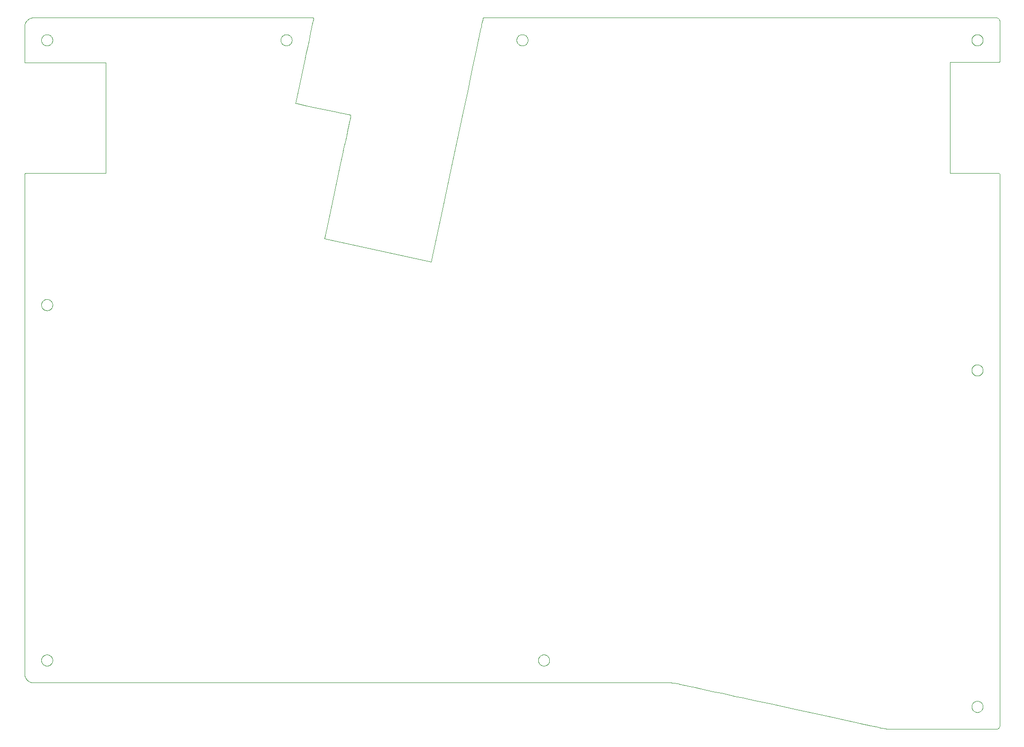
<source format=gm1>
G04 #@! TF.GenerationSoftware,KiCad,Pcbnew,(5.1.5-0-10_14)*
G04 #@! TF.CreationDate,2020-05-14T05:30:03+09:00*
G04 #@! TF.ProjectId,LR-bottom-v02,4c522d62-6f74-4746-9f6d-2d7630322e6b,rev?*
G04 #@! TF.SameCoordinates,Original*
G04 #@! TF.FileFunction,Profile,NP*
%FSLAX46Y46*%
G04 Gerber Fmt 4.6, Leading zero omitted, Abs format (unit mm)*
G04 Created by KiCad (PCBNEW (5.1.5-0-10_14)) date 2020-05-14 05:30:03*
%MOMM*%
%LPD*%
G04 APERTURE LIST*
%ADD10C,0.050000*%
G04 APERTURE END LIST*
D10*
X110829659Y-28700493D02*
X110810834Y-28789058D01*
X110810834Y-28789058D02*
X110774807Y-28958550D01*
X110774807Y-28958550D02*
X110746936Y-29089671D01*
X110746936Y-29089671D02*
X110699592Y-29312400D01*
X110699592Y-29312400D02*
X110625540Y-29660781D01*
X110625540Y-29660781D02*
X110540488Y-30060898D01*
X110540488Y-30060898D02*
X110445406Y-30508197D01*
X110445406Y-30508197D02*
X110287046Y-31253176D01*
X110287046Y-31253176D02*
X110048316Y-32376224D01*
X110048316Y-32376224D02*
X109786890Y-33606038D01*
X109786890Y-33606038D02*
X109510510Y-34906189D01*
X109510510Y-34906189D02*
X109226921Y-36240251D01*
X109226921Y-36240251D02*
X108803440Y-38232383D01*
X108803440Y-38232383D02*
X108285930Y-40666832D01*
X108285930Y-40666832D02*
X107710877Y-43371972D01*
X107710877Y-43371972D02*
X107622401Y-43788178D01*
X110797570Y-28566550D02*
X110817179Y-28597466D01*
X110817179Y-28597466D02*
X110830005Y-28635525D01*
X110830005Y-28635525D02*
X110832148Y-28685214D01*
X110832148Y-28685214D02*
X110829659Y-28700493D01*
X112812722Y-67904800D02*
X131853832Y-72121454D01*
X233167828Y-36483392D02*
X224464941Y-36483392D01*
X224464941Y-56288449D02*
X233167828Y-56288449D01*
X59253096Y-145624059D02*
X59253096Y-56448469D01*
X59413116Y-36541134D02*
X59369120Y-36534978D01*
X59369120Y-36534978D02*
X59333776Y-36520115D01*
X59333776Y-36520115D02*
X59304392Y-36498607D01*
X59304392Y-36498607D02*
X59299917Y-36494314D01*
X59253096Y-56448469D02*
X59259244Y-56404510D01*
X59259244Y-56404510D02*
X59274199Y-56368987D01*
X59274199Y-56368987D02*
X59295619Y-56339745D01*
X59295619Y-56339745D02*
X59299917Y-56335270D01*
X59413116Y-56288449D02*
X73722714Y-56288449D01*
X229329041Y-33507189D02*
X229329041Y-33507189D01*
X131853832Y-72121454D02*
X132125114Y-70842918D01*
X132125114Y-70842918D02*
X133870539Y-62616835D01*
X133870539Y-62616835D02*
X135425301Y-55289320D01*
X135425301Y-55289320D02*
X136682870Y-49362447D01*
X136682870Y-49362447D02*
X137516399Y-45434049D01*
X137516399Y-45434049D02*
X138319378Y-41649622D01*
X138319378Y-41649622D02*
X138884445Y-38986466D01*
X138884445Y-38986466D02*
X139239930Y-37311066D01*
X139239930Y-37311066D02*
X139573921Y-35736960D01*
X139573921Y-35736960D02*
X139883340Y-34278660D01*
X139883340Y-34278660D02*
X140165107Y-32950676D01*
X140165107Y-32950676D02*
X140416144Y-31767521D01*
X140416144Y-31767521D02*
X140581273Y-30989248D01*
X140581273Y-30989248D02*
X140680857Y-30519896D01*
X140680857Y-30519896D02*
X140771025Y-30094915D01*
X140771025Y-30094915D02*
X140851395Y-29716117D01*
X140851395Y-29716117D02*
X140921580Y-29385318D01*
X140921580Y-29385318D02*
X140981196Y-29104330D01*
X140981196Y-29104330D02*
X141029857Y-28874967D01*
X141029857Y-28874967D02*
X141067181Y-28699044D01*
X141067181Y-28699044D02*
X141080974Y-28634030D01*
X117472352Y-46040480D02*
X117462042Y-46088845D01*
X117462042Y-46088845D02*
X117436854Y-46207024D01*
X117436854Y-46207024D02*
X117406347Y-46350160D01*
X117406347Y-46350160D02*
X117370706Y-46517388D01*
X117370706Y-46517388D02*
X117330115Y-46707841D01*
X117330115Y-46707841D02*
X117284758Y-46920656D01*
X117284758Y-46920656D02*
X117208732Y-47277387D01*
X117208732Y-47277387D02*
X117091642Y-47826792D01*
X117091642Y-47826792D02*
X116958812Y-48450057D01*
X116958812Y-48450057D02*
X116734789Y-49501230D01*
X116734789Y-49501230D02*
X116480637Y-50693775D01*
X116480637Y-50693775D02*
X116299602Y-51543238D01*
X116299602Y-51543238D02*
X116013602Y-52885235D01*
X116013602Y-52885235D02*
X115610216Y-54778043D01*
X115610216Y-54778043D02*
X115194043Y-56730857D01*
X115194043Y-56730857D02*
X114569540Y-59661220D01*
X114569540Y-59661220D02*
X113802138Y-63262120D01*
X113802138Y-63262120D02*
X112945212Y-67283111D01*
X112945212Y-67283111D02*
X112812722Y-67904800D01*
X233327848Y-36323372D02*
X233321717Y-36367300D01*
X233321717Y-36367300D02*
X233306694Y-36402817D01*
X233306694Y-36402817D02*
X233285349Y-36431854D01*
X233285349Y-36431854D02*
X233258543Y-36455113D01*
X233258543Y-36455113D02*
X233225684Y-36472557D01*
X233225684Y-36472557D02*
X233185387Y-36482429D01*
X233185387Y-36482429D02*
X233167828Y-36483392D01*
X233327848Y-29147194D02*
X233327848Y-36323372D01*
X105991467Y-33507189D02*
X105942312Y-33506006D01*
X105942312Y-33506006D02*
X105894561Y-33502573D01*
X105894561Y-33502573D02*
X105849017Y-33497162D01*
X105849017Y-33497162D02*
X105806040Y-33490105D01*
X105806040Y-33490105D02*
X105763321Y-33481161D01*
X105763321Y-33481161D02*
X105722408Y-33470739D01*
X105722408Y-33470739D02*
X105682369Y-33458719D01*
X105682369Y-33458719D02*
X105641978Y-33444700D01*
X105641978Y-33444700D02*
X105605907Y-33430499D01*
X105605907Y-33430499D02*
X105568813Y-33414162D01*
X105568813Y-33414162D02*
X105534716Y-33397514D01*
X105534716Y-33397514D02*
X105501356Y-33379630D01*
X105501356Y-33379630D02*
X105469089Y-33360736D01*
X105469089Y-33360736D02*
X105438236Y-33341106D01*
X105438236Y-33341106D02*
X105407245Y-33319738D01*
X105407245Y-33319738D02*
X105378302Y-33298172D01*
X105378302Y-33298172D02*
X105350176Y-33275602D01*
X105350176Y-33275602D02*
X105323176Y-33252304D01*
X105323176Y-33252304D02*
X105296895Y-33227945D01*
X105296895Y-33227945D02*
X105270979Y-33202132D01*
X105270979Y-33202132D02*
X105246643Y-33176089D01*
X105246643Y-33176089D02*
X105222757Y-33148616D01*
X105222757Y-33148616D02*
X105200100Y-33120576D01*
X105200100Y-33120576D02*
X105178447Y-33091717D01*
X105178447Y-33091717D02*
X105156987Y-33060814D01*
X105156987Y-33060814D02*
X105136676Y-33029079D01*
X105136676Y-33029079D02*
X105118101Y-32997530D01*
X105118101Y-32997530D02*
X105100314Y-32964584D01*
X105100314Y-32964584D02*
X105083578Y-32930566D01*
X105083578Y-32930566D02*
X105066488Y-32891974D01*
X105066488Y-32891974D02*
X105052327Y-32856128D01*
X105052327Y-32856128D02*
X105039286Y-32818892D01*
X105039286Y-32818892D02*
X105027373Y-32779887D01*
X105027373Y-32779887D02*
X105017025Y-32740223D01*
X105017025Y-32740223D02*
X105008054Y-32698787D01*
X105008054Y-32698787D02*
X105000700Y-32655952D01*
X105000700Y-32655952D02*
X104995061Y-32611333D01*
X104995061Y-32611333D02*
X104991290Y-32564125D01*
X104991290Y-32564125D02*
X104989718Y-32514706D01*
X104989718Y-32514706D02*
X104989691Y-32507022D01*
X149095521Y-32507022D02*
X149094316Y-32556530D01*
X149094316Y-32556530D02*
X149090899Y-32603838D01*
X149090899Y-32603838D02*
X149085537Y-32648948D01*
X149085537Y-32648948D02*
X149078349Y-32692651D01*
X149078349Y-32692651D02*
X149069647Y-32734182D01*
X149069647Y-32734182D02*
X149059351Y-32774686D01*
X149059351Y-32774686D02*
X149047195Y-32815242D01*
X149047195Y-32815242D02*
X149034188Y-32852901D01*
X149034188Y-32852901D02*
X149019596Y-32890216D01*
X149019596Y-32890216D02*
X149004368Y-32925056D01*
X149004368Y-32925056D02*
X148987871Y-32959189D01*
X148987871Y-32959189D02*
X148970139Y-32992588D01*
X148970139Y-32992588D02*
X148951202Y-33025218D01*
X148951202Y-33025218D02*
X148931292Y-33056734D01*
X148931292Y-33056734D02*
X148910695Y-33086831D01*
X148910695Y-33086831D02*
X148889275Y-33115822D01*
X148889275Y-33115822D02*
X148866854Y-33144002D01*
X148866854Y-33144002D02*
X148843454Y-33171338D01*
X148843454Y-33171338D02*
X148817035Y-33199974D01*
X148817035Y-33199974D02*
X148792089Y-33225082D01*
X148792089Y-33225082D02*
X148765445Y-33250050D01*
X148765445Y-33250050D02*
X148736041Y-33275602D01*
X148736041Y-33275602D02*
X148708022Y-33298172D01*
X148708022Y-33298172D02*
X148676757Y-33321489D01*
X148676757Y-33321489D02*
X148646921Y-33342039D01*
X148646921Y-33342039D02*
X148615683Y-33361915D01*
X148615683Y-33361915D02*
X148582854Y-33381106D01*
X148582854Y-33381106D02*
X148549590Y-33398891D01*
X148549590Y-33398891D02*
X148512844Y-33416709D01*
X148512844Y-33416709D02*
X148477745Y-33432030D01*
X148477745Y-33432030D02*
X148441251Y-33446289D01*
X148441251Y-33446289D02*
X148401166Y-33460071D01*
X148401166Y-33460071D02*
X148362569Y-33471560D01*
X148362569Y-33471560D02*
X148322403Y-33481729D01*
X148322403Y-33481729D02*
X148280851Y-33490391D01*
X148280851Y-33490391D02*
X148236949Y-33497547D01*
X148236949Y-33497547D02*
X148188113Y-33503159D01*
X148188113Y-33503159D02*
X148140594Y-33506294D01*
X148140594Y-33506294D02*
X148098148Y-33507189D01*
X117349077Y-45850658D02*
X117386265Y-45863504D01*
X117386265Y-45863504D02*
X117416776Y-45883038D01*
X117416776Y-45883038D02*
X117441738Y-45908448D01*
X117441738Y-45908448D02*
X117450000Y-45920000D01*
X141237608Y-28507199D02*
X232687768Y-28507199D01*
X141080974Y-28634030D02*
X141094029Y-28596658D01*
X141094029Y-28596658D02*
X141113718Y-28566096D01*
X141113718Y-28566096D02*
X141139354Y-28541041D01*
X141139354Y-28541041D02*
X141170935Y-28521796D01*
X141170935Y-28521796D02*
X141209265Y-28509724D01*
X141209265Y-28509724D02*
X141237608Y-28507199D01*
X233139888Y-28694651D02*
X233164545Y-28720685D01*
X233164545Y-28720685D02*
X233187948Y-28748354D01*
X233187948Y-28748354D02*
X233210238Y-28777984D01*
X233210238Y-28777984D02*
X233230357Y-28808178D01*
X233230357Y-28808178D02*
X233248929Y-28839819D01*
X233248929Y-28839819D02*
X233266054Y-28873301D01*
X233266054Y-28873301D02*
X233281331Y-28908096D01*
X233281331Y-28908096D02*
X233294866Y-28944779D01*
X233294866Y-28944779D02*
X233306443Y-28983380D01*
X233306443Y-28983380D02*
X233315860Y-29024153D01*
X233315860Y-29024153D02*
X233322881Y-29067781D01*
X233322881Y-29067781D02*
X233326980Y-29113970D01*
X233326980Y-29113970D02*
X233327848Y-29147194D01*
X232687768Y-28507199D02*
X232736287Y-28509044D01*
X232736287Y-28509044D02*
X232781581Y-28514136D01*
X232781581Y-28514136D02*
X232825379Y-28522222D01*
X232825379Y-28522222D02*
X232866287Y-28532692D01*
X232866287Y-28532692D02*
X232904522Y-28545157D01*
X232904522Y-28545157D02*
X232940879Y-28559556D01*
X232940879Y-28559556D02*
X232976089Y-28576049D01*
X232976089Y-28576049D02*
X233009540Y-28594242D01*
X233009540Y-28594242D02*
X233041721Y-28614302D01*
X233041721Y-28614302D02*
X233071377Y-28635263D01*
X233071377Y-28635263D02*
X233100849Y-28658753D01*
X233100849Y-28658753D02*
X233127410Y-28682522D01*
X233127410Y-28682522D02*
X233139888Y-28694651D01*
X148098148Y-33507189D02*
X148098148Y-33507189D01*
X105991467Y-31507193D02*
X106040705Y-31508393D01*
X106040705Y-31508393D02*
X106087378Y-31511772D01*
X106087378Y-31511772D02*
X106134798Y-31517475D01*
X106134798Y-31517475D02*
X106178090Y-31524725D01*
X106178090Y-31524725D02*
X106220175Y-31533689D01*
X106220175Y-31533689D02*
X106260486Y-31544096D01*
X106260486Y-31544096D02*
X106300129Y-31556130D01*
X106300129Y-31556130D02*
X106339067Y-31569750D01*
X106339067Y-31569750D02*
X106375508Y-31584185D01*
X106375508Y-31584185D02*
X106411924Y-31600315D01*
X106411924Y-31600315D02*
X106445889Y-31616977D01*
X106445889Y-31616977D02*
X106479122Y-31634873D01*
X106479122Y-31634873D02*
X106511273Y-31653781D01*
X106511273Y-31653781D02*
X106542023Y-31673425D01*
X106542023Y-31673425D02*
X106572000Y-31694148D01*
X106572000Y-31694148D02*
X106601769Y-31716382D01*
X106601769Y-31716382D02*
X106629814Y-31738962D01*
X106629814Y-31738962D02*
X106657018Y-31762520D01*
X106657018Y-31762520D02*
X106686589Y-31790155D01*
X106686589Y-31790155D02*
X106711923Y-31815697D01*
X106711923Y-31815697D02*
X106736336Y-31842134D01*
X106736336Y-31842134D02*
X106759800Y-31869437D01*
X106759800Y-31869437D02*
X106782057Y-31897281D01*
X106782057Y-31897281D02*
X106803771Y-31926538D01*
X106803771Y-31926538D02*
X106824329Y-31956437D01*
X106824329Y-31956437D02*
X106844412Y-31988074D01*
X106844412Y-31988074D02*
X106862868Y-32019672D01*
X106862868Y-32019672D02*
X106880534Y-32052664D01*
X106880534Y-32052664D02*
X106897147Y-32086721D01*
X106897147Y-32086721D02*
X106912938Y-32122540D01*
X106912938Y-32122540D02*
X106927615Y-32159790D01*
X106927615Y-32159790D02*
X106940708Y-32197386D01*
X106940708Y-32197386D02*
X106952435Y-32236014D01*
X106952435Y-32236014D02*
X106962804Y-32276039D01*
X106962804Y-32276039D02*
X106971840Y-32318223D01*
X106971840Y-32318223D02*
X106979188Y-32361819D01*
X106979188Y-32361819D02*
X106984751Y-32407209D01*
X106984751Y-32407209D02*
X106988341Y-32454799D01*
X106988341Y-32454799D02*
X106989683Y-32504596D01*
X106989683Y-32504596D02*
X106989687Y-32507022D01*
X105991467Y-33507189D02*
X105991467Y-33507189D01*
X228327434Y-151506699D02*
X228328616Y-151457727D01*
X228328616Y-151457727D02*
X228332212Y-151408570D01*
X228332212Y-151408570D02*
X228337707Y-151363198D01*
X228337707Y-151363198D02*
X228344996Y-151319612D01*
X228344996Y-151319612D02*
X228353974Y-151277434D01*
X228353974Y-151277434D02*
X228364400Y-151237036D01*
X228364400Y-151237036D02*
X228376335Y-151197677D01*
X228376335Y-151197677D02*
X228389564Y-151159729D01*
X228389564Y-151159729D02*
X228404705Y-151121437D01*
X228404705Y-151121437D02*
X228420075Y-151086677D01*
X228420075Y-151086677D02*
X228436716Y-151052622D01*
X228436716Y-151052622D02*
X228454686Y-151019135D01*
X228454686Y-151019135D02*
X228473685Y-150986741D01*
X228473685Y-150986741D02*
X228493953Y-150954977D01*
X228493953Y-150954977D02*
X228514493Y-150925257D01*
X228514493Y-150925257D02*
X228536294Y-150896028D01*
X228536294Y-150896028D02*
X228559605Y-150867052D01*
X228559605Y-150867052D02*
X228583203Y-150839807D01*
X228583203Y-150839807D02*
X228608796Y-150812352D01*
X228608796Y-150812352D02*
X228636475Y-150784828D01*
X228636475Y-150784828D02*
X228664922Y-150758638D01*
X228664922Y-150758638D02*
X228692627Y-150734978D01*
X228692627Y-150734978D02*
X228722082Y-150711632D01*
X228722082Y-150711632D02*
X228751498Y-150690031D01*
X228751498Y-150690031D02*
X228783294Y-150668459D01*
X228783294Y-150668459D02*
X228814325Y-150649055D01*
X228814325Y-150649055D02*
X228847096Y-150630219D01*
X228847096Y-150630219D02*
X228880626Y-150612596D01*
X228880626Y-150612596D02*
X228914889Y-150596218D01*
X228914889Y-150596218D02*
X228949854Y-150581114D01*
X228949854Y-150581114D02*
X228986388Y-150566984D01*
X228986388Y-150566984D02*
X229024696Y-150553907D01*
X229024696Y-150553907D02*
X229063493Y-150542402D01*
X229063493Y-150542402D02*
X229104066Y-150532180D01*
X229104066Y-150532180D02*
X229146425Y-150523412D01*
X229146425Y-150523412D02*
X229192927Y-150515965D01*
X229192927Y-150515965D02*
X229240115Y-150510682D01*
X229240115Y-150510682D02*
X229289538Y-150507549D01*
X229289538Y-150507549D02*
X229329041Y-150506786D01*
X229329041Y-152507459D02*
X229278322Y-152506196D01*
X229278322Y-152506196D02*
X229231019Y-152502722D01*
X229231019Y-152502722D02*
X229186101Y-152497335D01*
X229186101Y-152497335D02*
X229141815Y-152489992D01*
X229141815Y-152489992D02*
X229100282Y-152481223D01*
X229100282Y-152481223D02*
X229060330Y-152471015D01*
X229060330Y-152471015D02*
X229020304Y-152458990D01*
X229020304Y-152458990D02*
X228982614Y-152445957D01*
X228982614Y-152445957D02*
X228945973Y-152431629D01*
X228945973Y-152431629D02*
X228909359Y-152415602D01*
X228909359Y-152415602D02*
X228875211Y-152399036D01*
X228875211Y-152399036D02*
X228840974Y-152380773D01*
X228840974Y-152380773D02*
X228809156Y-152362219D01*
X228809156Y-152362219D02*
X228776050Y-152341194D01*
X228776050Y-152341194D02*
X228745366Y-152320025D01*
X228745366Y-152320025D02*
X228716119Y-152298219D01*
X228716119Y-152298219D02*
X228687130Y-152274907D01*
X228687130Y-152274907D02*
X228659598Y-152251057D01*
X228659598Y-152251057D02*
X228633226Y-152226499D01*
X228633226Y-152226499D02*
X228607753Y-152201017D01*
X228607753Y-152201017D02*
X228583203Y-152174637D01*
X228583203Y-152174637D02*
X228559846Y-152147674D01*
X228559846Y-152147674D02*
X228537216Y-152119587D01*
X228537216Y-152119587D02*
X228515259Y-152090224D01*
X228515259Y-152090224D02*
X228494788Y-152060676D01*
X228494788Y-152060676D02*
X228474473Y-152028921D01*
X228474473Y-152028921D02*
X228455892Y-151997352D01*
X228455892Y-151997352D02*
X228438100Y-151964388D01*
X228438100Y-151964388D02*
X228421360Y-151930352D01*
X228421360Y-151930352D02*
X228404705Y-151892797D01*
X228404705Y-151892797D02*
X228390097Y-151855881D01*
X228390097Y-151855881D02*
X228376930Y-151818264D01*
X228376930Y-151818264D02*
X228365133Y-151779611D01*
X228365133Y-151779611D02*
X228354779Y-151739934D01*
X228354779Y-151739934D02*
X228345806Y-151698487D01*
X228345806Y-151698487D02*
X228338391Y-151655254D01*
X228338391Y-151655254D02*
X228332686Y-151609834D01*
X228332686Y-151609834D02*
X228328860Y-151560607D01*
X228328860Y-151560607D02*
X228327440Y-151510744D01*
X228327440Y-151510744D02*
X228327434Y-151506699D01*
X73722714Y-36541134D02*
X59413116Y-36541134D01*
X110673195Y-28507199D02*
X110673195Y-28507199D01*
X230327261Y-151506699D02*
X230326056Y-151556208D01*
X230326056Y-151556208D02*
X230322639Y-151603520D01*
X230322639Y-151603520D02*
X230317277Y-151648637D01*
X230317277Y-151648637D02*
X230309289Y-151696571D01*
X230309289Y-151696571D02*
X230300410Y-151738047D01*
X230300410Y-151738047D02*
X230289946Y-151778497D01*
X230289946Y-151778497D02*
X230278217Y-151817169D01*
X230278217Y-151817169D02*
X230265256Y-151854447D01*
X230265256Y-151854447D02*
X230250152Y-151892797D01*
X230250152Y-151892797D02*
X230234337Y-151928631D01*
X230234337Y-151928631D02*
X230217528Y-151963041D01*
X230217528Y-151963041D02*
X230199919Y-151995870D01*
X230199919Y-151995870D02*
X230181340Y-152027634D01*
X230181340Y-152027634D02*
X230161124Y-152059421D01*
X230161124Y-152059421D02*
X230140638Y-152089155D01*
X230140638Y-152089155D02*
X230118205Y-152119290D01*
X230118205Y-152119290D02*
X230095648Y-152147386D01*
X230095648Y-152147386D02*
X230071491Y-152175336D01*
X230071491Y-152175336D02*
X230046857Y-152201827D01*
X230046857Y-152201827D02*
X230021160Y-152227541D01*
X230021160Y-152227541D02*
X229994829Y-152252060D01*
X229994829Y-152252060D02*
X229967632Y-152275630D01*
X229967632Y-152275630D02*
X229939445Y-152298333D01*
X229939445Y-152298333D02*
X229910439Y-152320025D01*
X229910439Y-152320025D02*
X229880798Y-152340568D01*
X229880798Y-152340568D02*
X229849431Y-152360645D01*
X229849431Y-152360645D02*
X229817944Y-152379199D01*
X229817944Y-152379199D02*
X229785067Y-152396965D01*
X229785067Y-152396965D02*
X229749755Y-152414324D01*
X229749755Y-152414324D02*
X229715081Y-152429723D01*
X229715081Y-152429723D02*
X229678307Y-152444359D01*
X229678307Y-152444359D02*
X229640838Y-152457561D01*
X229640838Y-152457561D02*
X229601229Y-152469713D01*
X229601229Y-152469713D02*
X229560946Y-152480243D01*
X229560946Y-152480243D02*
X229518883Y-152489333D01*
X229518883Y-152489333D02*
X229475413Y-152496743D01*
X229475413Y-152496743D02*
X229430549Y-152502332D01*
X229430549Y-152502332D02*
X229383106Y-152506009D01*
X229383106Y-152506009D02*
X229333470Y-152507447D01*
X229333470Y-152507447D02*
X229329041Y-152507459D01*
X229329041Y-150506786D02*
X229377930Y-150507968D01*
X229377930Y-150507968D02*
X229425437Y-150511411D01*
X229425437Y-150511411D02*
X229470371Y-150516779D01*
X229470371Y-150516779D02*
X229514105Y-150524020D01*
X229514105Y-150524020D02*
X229556054Y-150532879D01*
X229556054Y-150532879D02*
X229599192Y-150544003D01*
X229599192Y-150544003D02*
X229637928Y-150555794D01*
X229637928Y-150555794D02*
X229675449Y-150568898D01*
X229675449Y-150568898D02*
X229712277Y-150583444D01*
X229712277Y-150583444D02*
X229747006Y-150598753D01*
X229747006Y-150598753D02*
X229780695Y-150615161D01*
X229780695Y-150615161D02*
X229814328Y-150633153D01*
X229814328Y-150633153D02*
X229846863Y-150652181D01*
X229846863Y-150652181D02*
X229878607Y-150672388D01*
X229878607Y-150672388D02*
X229909526Y-150693742D01*
X229909526Y-150693742D02*
X229938408Y-150715295D01*
X229938408Y-150715295D02*
X229968782Y-150739775D01*
X229968782Y-150739775D02*
X229995943Y-150763388D01*
X229995943Y-150763388D02*
X230021968Y-150787688D01*
X230021968Y-150787688D02*
X230049712Y-150815596D01*
X230049712Y-150815596D02*
X230073864Y-150841763D01*
X230073864Y-150841763D02*
X230097565Y-150869361D01*
X230097565Y-150869361D02*
X230119811Y-150897217D01*
X230119811Y-150897217D02*
X230142385Y-150927705D01*
X230142385Y-150927705D02*
X230162991Y-150957803D01*
X230162991Y-150957803D02*
X230182908Y-150989317D01*
X230182908Y-150989317D02*
X230201302Y-151020948D01*
X230201302Y-151020948D02*
X230218905Y-151053969D01*
X230218905Y-151053969D02*
X230236566Y-151090467D01*
X230236566Y-151090467D02*
X230252485Y-151127060D01*
X230252485Y-151127060D02*
X230266841Y-151164033D01*
X230266841Y-151164033D02*
X230280568Y-151204251D01*
X230280568Y-151204251D02*
X230292007Y-151242980D01*
X230292007Y-151242980D02*
X230302167Y-151283474D01*
X230302167Y-151283474D02*
X230310834Y-151325553D01*
X230310834Y-151325553D02*
X230317878Y-151369418D01*
X230317878Y-151369418D02*
X230323082Y-151414877D01*
X230323082Y-151414877D02*
X230326295Y-151462517D01*
X230326295Y-151462517D02*
X230327261Y-151506699D01*
X73722714Y-56288449D02*
X73722714Y-36541134D01*
X60853042Y-28507199D02*
X110673195Y-28507199D01*
X59253096Y-30107230D02*
X59253848Y-30057571D01*
X59253848Y-30057571D02*
X59256062Y-30008931D01*
X59256062Y-30008931D02*
X59259600Y-29961943D01*
X59259600Y-29961943D02*
X59264330Y-29916597D01*
X59264330Y-29916597D02*
X59270315Y-29871635D01*
X59270315Y-29871635D02*
X59277481Y-29827382D01*
X59277481Y-29827382D02*
X59285851Y-29783548D01*
X59285851Y-29783548D02*
X59294976Y-29741952D01*
X59294976Y-29741952D02*
X59305018Y-29701370D01*
X59305018Y-29701370D02*
X59316858Y-29658537D01*
X59316858Y-29658537D02*
X59329097Y-29618534D01*
X59329097Y-29618534D02*
X59342343Y-29578983D01*
X59342343Y-29578983D02*
X59356369Y-29540471D01*
X59356369Y-29540471D02*
X59372501Y-29499608D01*
X59372501Y-29499608D02*
X59387993Y-29463194D01*
X59387993Y-29463194D02*
X59403836Y-29428345D01*
X59403836Y-29428345D02*
X59420210Y-29394492D01*
X59420210Y-29394492D02*
X59437775Y-29360285D01*
X59437775Y-29360285D02*
X59455837Y-29327090D01*
X59455837Y-29327090D02*
X59474960Y-29293853D01*
X59474960Y-29293853D02*
X59493893Y-29262659D01*
X59493893Y-29262659D02*
X59513678Y-29231686D01*
X59513678Y-29231686D02*
X59533806Y-29201696D01*
X59533806Y-29201696D02*
X59554939Y-29171703D01*
X59554939Y-29171703D02*
X59576919Y-29141984D01*
X59576919Y-29141984D02*
X59599190Y-29113262D01*
X59599190Y-29113262D02*
X59621901Y-29085299D01*
X59621901Y-29085299D02*
X59645223Y-29057860D01*
X59645223Y-29057860D02*
X59670561Y-29029407D01*
X59670561Y-29029407D02*
X59695731Y-29002435D01*
X59695731Y-29002435D02*
X59720451Y-28977111D01*
X59720451Y-28977111D02*
X59746151Y-28951917D01*
X59746151Y-28951917D02*
X59772412Y-28927306D01*
X59772412Y-28927306D02*
X59799221Y-28903282D01*
X59799221Y-28903282D02*
X59828874Y-28877934D01*
X59828874Y-28877934D02*
X59857261Y-28854796D01*
X59857261Y-28854796D02*
X59885707Y-28832662D01*
X59885707Y-28832662D02*
X59914657Y-28811163D01*
X59914657Y-28811163D02*
X59947572Y-28787913D01*
X59947572Y-28787913D02*
X59977559Y-28767785D01*
X59977559Y-28767785D02*
X60008532Y-28747999D01*
X60008532Y-28747999D02*
X60039725Y-28729066D01*
X60039725Y-28729066D02*
X60071904Y-28710533D01*
X60071904Y-28710533D02*
X60104816Y-28692588D01*
X60104816Y-28692588D02*
X60140357Y-28674315D01*
X60140357Y-28674315D02*
X60174209Y-28657940D01*
X60174209Y-28657940D02*
X60209055Y-28642097D01*
X60209055Y-28642097D02*
X60244338Y-28627069D01*
X60244338Y-28627069D02*
X60282902Y-28611776D01*
X60282902Y-28611776D02*
X60320504Y-28597969D01*
X60320504Y-28597969D02*
X60357957Y-28585275D01*
X60357957Y-28585275D02*
X60396705Y-28573222D01*
X60396705Y-28573222D02*
X60437058Y-28561811D01*
X60437058Y-28561811D02*
X60477837Y-28551438D01*
X60477837Y-28551438D02*
X60519635Y-28541988D01*
X60519635Y-28541988D02*
X60563066Y-28533409D01*
X60563066Y-28533409D02*
X60608152Y-28525822D01*
X60608152Y-28525822D02*
X60652401Y-28519656D01*
X60652401Y-28519656D02*
X60698292Y-28514585D01*
X60698292Y-28514585D02*
X60744562Y-28510816D01*
X60744562Y-28510816D02*
X60793118Y-28508298D01*
X60793118Y-28508298D02*
X60843339Y-28507225D01*
X60843339Y-28507225D02*
X60853042Y-28507199D01*
X63254866Y-33507189D02*
X63205712Y-33506006D01*
X63205712Y-33506006D02*
X63157961Y-33502573D01*
X63157961Y-33502573D02*
X63112417Y-33497162D01*
X63112417Y-33497162D02*
X63069440Y-33490105D01*
X63069440Y-33490105D02*
X63026721Y-33481161D01*
X63026721Y-33481161D02*
X62985808Y-33470739D01*
X62985808Y-33470739D02*
X62945769Y-33458719D01*
X62945769Y-33458719D02*
X62905378Y-33444700D01*
X62905378Y-33444700D02*
X62869307Y-33430499D01*
X62869307Y-33430499D02*
X62832213Y-33414162D01*
X62832213Y-33414162D02*
X62798116Y-33397514D01*
X62798116Y-33397514D02*
X62764756Y-33379630D01*
X62764756Y-33379630D02*
X62732489Y-33360736D01*
X62732489Y-33360736D02*
X62701636Y-33341106D01*
X62701636Y-33341106D02*
X62670645Y-33319738D01*
X62670645Y-33319738D02*
X62641702Y-33298172D01*
X62641702Y-33298172D02*
X62613576Y-33275602D01*
X62613576Y-33275602D02*
X62586576Y-33252304D01*
X62586576Y-33252304D02*
X62560295Y-33227945D01*
X62560295Y-33227945D02*
X62534379Y-33202132D01*
X62534379Y-33202132D02*
X62510043Y-33176089D01*
X62510043Y-33176089D02*
X62486157Y-33148616D01*
X62486157Y-33148616D02*
X62463500Y-33120576D01*
X62463500Y-33120576D02*
X62441847Y-33091717D01*
X62441847Y-33091717D02*
X62420387Y-33060814D01*
X62420387Y-33060814D02*
X62400076Y-33029079D01*
X62400076Y-33029079D02*
X62381501Y-32997530D01*
X62381501Y-32997530D02*
X62363714Y-32964584D01*
X62363714Y-32964584D02*
X62346978Y-32930566D01*
X62346978Y-32930566D02*
X62329888Y-32891974D01*
X62329888Y-32891974D02*
X62315727Y-32856128D01*
X62315727Y-32856128D02*
X62302686Y-32818892D01*
X62302686Y-32818892D02*
X62290773Y-32779887D01*
X62290773Y-32779887D02*
X62280425Y-32740223D01*
X62280425Y-32740223D02*
X62271454Y-32698787D01*
X62271454Y-32698787D02*
X62264100Y-32655952D01*
X62264100Y-32655952D02*
X62258461Y-32611333D01*
X62258461Y-32611333D02*
X62254689Y-32564125D01*
X62254689Y-32564125D02*
X62253117Y-32514706D01*
X62253117Y-32514706D02*
X62253090Y-32507022D01*
X229329041Y-92448652D02*
X229329041Y-92448652D01*
X64253086Y-79777861D02*
X64251880Y-79827369D01*
X64251880Y-79827369D02*
X64248458Y-79874677D01*
X64248458Y-79874677D02*
X64243090Y-79919787D01*
X64243090Y-79919787D02*
X64235892Y-79963490D01*
X64235892Y-79963490D02*
X64227179Y-80005021D01*
X64227179Y-80005021D02*
X64216871Y-80045525D01*
X64216871Y-80045525D02*
X64205054Y-80084984D01*
X64205054Y-80084984D02*
X64192074Y-80122665D01*
X64192074Y-80122665D02*
X64177651Y-80159646D01*
X64177651Y-80159646D02*
X64162297Y-80194860D01*
X64162297Y-80194860D02*
X64145820Y-80229014D01*
X64145820Y-80229014D02*
X64126082Y-80266065D01*
X64126082Y-80266065D02*
X64106238Y-80299918D01*
X64106238Y-80299918D02*
X64085962Y-80331653D01*
X64085962Y-80331653D02*
X64065419Y-80361336D01*
X64065419Y-80361336D02*
X64043850Y-80390229D01*
X64043850Y-80390229D02*
X64021280Y-80418304D01*
X64021280Y-80418304D02*
X63997610Y-80445672D01*
X63997610Y-80445672D02*
X63973246Y-80471893D01*
X63973246Y-80471893D02*
X63947835Y-80497355D01*
X63947835Y-80497355D02*
X63921532Y-80521892D01*
X63921532Y-80521892D02*
X63894363Y-80545479D01*
X63894363Y-80545479D02*
X63866500Y-80567973D01*
X63866500Y-80567973D02*
X63837835Y-80589478D01*
X63837835Y-80589478D02*
X63807925Y-80610277D01*
X63807925Y-80610277D02*
X63776114Y-80630688D01*
X63776114Y-80630688D02*
X63744161Y-80649542D01*
X63744161Y-80649542D02*
X63709119Y-80668439D01*
X63709119Y-80668439D02*
X63675323Y-80685001D01*
X63675323Y-80685001D02*
X63640308Y-80700531D01*
X63640308Y-80700531D02*
X63603714Y-80715071D01*
X63603714Y-80715071D02*
X63563891Y-80729024D01*
X63563891Y-80729024D02*
X63525365Y-80740747D01*
X63525365Y-80740747D02*
X63483574Y-80751559D01*
X63483574Y-80751559D02*
X63440916Y-80760619D01*
X63440916Y-80760619D02*
X63397617Y-80767834D01*
X63397617Y-80767834D02*
X63350972Y-80773430D01*
X63350972Y-80773430D02*
X63302113Y-80776920D01*
X63302113Y-80776920D02*
X63254866Y-80778028D01*
X63254866Y-78778032D02*
X63304104Y-78779232D01*
X63304104Y-78779232D02*
X63350777Y-78782611D01*
X63350777Y-78782611D02*
X63398197Y-78788314D01*
X63398197Y-78788314D02*
X63441489Y-78795564D01*
X63441489Y-78795564D02*
X63483574Y-78804528D01*
X63483574Y-78804528D02*
X63523885Y-78814935D01*
X63523885Y-78814935D02*
X63563528Y-78826969D01*
X63563528Y-78826969D02*
X63602466Y-78840589D01*
X63602466Y-78840589D02*
X63638907Y-78855025D01*
X63638907Y-78855025D02*
X63675323Y-78871155D01*
X63675323Y-78871155D02*
X63709288Y-78887817D01*
X63709288Y-78887817D02*
X63742521Y-78905713D01*
X63742521Y-78905713D02*
X63774672Y-78924621D01*
X63774672Y-78924621D02*
X63805422Y-78944265D01*
X63805422Y-78944265D02*
X63835399Y-78964988D01*
X63835399Y-78964988D02*
X63865168Y-78987222D01*
X63865168Y-78987222D02*
X63893213Y-79009802D01*
X63893213Y-79009802D02*
X63920417Y-79033360D01*
X63920417Y-79033360D02*
X63949988Y-79060995D01*
X63949988Y-79060995D02*
X63975322Y-79086537D01*
X63975322Y-79086537D02*
X63999735Y-79112974D01*
X63999735Y-79112974D02*
X64023199Y-79140277D01*
X64023199Y-79140277D02*
X64045456Y-79168121D01*
X64045456Y-79168121D02*
X64067170Y-79197378D01*
X64067170Y-79197378D02*
X64087728Y-79227277D01*
X64087728Y-79227277D02*
X64107811Y-79258914D01*
X64107811Y-79258914D02*
X64126267Y-79290512D01*
X64126267Y-79290512D02*
X64143933Y-79323504D01*
X64143933Y-79323504D02*
X64160546Y-79357561D01*
X64160546Y-79357561D02*
X64176337Y-79393380D01*
X64176337Y-79393380D02*
X64191014Y-79430630D01*
X64191014Y-79430630D02*
X64204107Y-79468226D01*
X64204107Y-79468226D02*
X64215834Y-79506854D01*
X64215834Y-79506854D02*
X64226203Y-79546878D01*
X64226203Y-79546878D02*
X64235239Y-79589062D01*
X64235239Y-79589062D02*
X64242587Y-79632658D01*
X64242587Y-79632658D02*
X64248150Y-79678048D01*
X64248150Y-79678048D02*
X64251740Y-79725638D01*
X64251740Y-79725638D02*
X64253082Y-79775435D01*
X64253082Y-79775435D02*
X64253086Y-79777861D01*
X62253090Y-79777861D02*
X62254260Y-79729030D01*
X62254260Y-79729030D02*
X62257713Y-79681201D01*
X62257713Y-79681201D02*
X62263079Y-79636156D01*
X62263079Y-79636156D02*
X62270283Y-79592510D01*
X62270283Y-79592510D02*
X62279177Y-79550274D01*
X62279177Y-79550274D02*
X62289521Y-79509825D01*
X62289521Y-79509825D02*
X62301496Y-79470050D01*
X62301496Y-79470050D02*
X62314664Y-79432064D01*
X62314664Y-79432064D02*
X62330329Y-79392327D01*
X62330329Y-79392327D02*
X62345693Y-79357561D01*
X62345693Y-79357561D02*
X62362330Y-79323504D01*
X62362330Y-79323504D02*
X62380205Y-79290182D01*
X62380205Y-79290182D02*
X62398699Y-79258591D01*
X62398699Y-79258591D02*
X62419553Y-79225867D01*
X62419553Y-79225867D02*
X62440089Y-79196154D01*
X62440089Y-79196154D02*
X62461656Y-79167230D01*
X62461656Y-79167230D02*
X62485193Y-79137969D01*
X62485193Y-79137969D02*
X62508788Y-79110738D01*
X62508788Y-79110738D02*
X62533075Y-79084645D01*
X62533075Y-79084645D02*
X62558809Y-79058908D01*
X62558809Y-79058908D02*
X62585180Y-79034362D01*
X62585180Y-79034362D02*
X62612135Y-79011004D01*
X62612135Y-79011004D02*
X62643784Y-78985614D01*
X62643784Y-78985614D02*
X62675548Y-78962150D01*
X62675548Y-78962150D02*
X62705412Y-78941777D01*
X62705412Y-78941777D02*
X62738298Y-78921097D01*
X62738298Y-78921097D02*
X62771368Y-78902036D01*
X62771368Y-78902036D02*
X62804537Y-78884555D01*
X62804537Y-78884555D02*
X62839118Y-78867974D01*
X62839118Y-78867974D02*
X62875478Y-78852258D01*
X62875478Y-78852258D02*
X62912566Y-78837949D01*
X62912566Y-78837949D02*
X62950346Y-78825084D01*
X62950346Y-78825084D02*
X62990279Y-78813290D01*
X62990279Y-78813290D02*
X63030508Y-78803213D01*
X63030508Y-78803213D02*
X63072516Y-78794561D01*
X63072516Y-78794561D02*
X63118661Y-78787196D01*
X63118661Y-78787196D02*
X63163896Y-78782097D01*
X63163896Y-78782097D02*
X63211121Y-78778965D01*
X63211121Y-78778965D02*
X63254866Y-78778032D01*
X63254866Y-80778028D02*
X63205712Y-80776845D01*
X63205712Y-80776845D02*
X63157961Y-80773412D01*
X63157961Y-80773412D02*
X63112417Y-80768001D01*
X63112417Y-80768001D02*
X63069440Y-80760944D01*
X63069440Y-80760944D02*
X63026721Y-80752000D01*
X63026721Y-80752000D02*
X62985808Y-80741578D01*
X62985808Y-80741578D02*
X62945769Y-80729558D01*
X62945769Y-80729558D02*
X62905378Y-80715539D01*
X62905378Y-80715539D02*
X62869307Y-80701338D01*
X62869307Y-80701338D02*
X62832213Y-80685001D01*
X62832213Y-80685001D02*
X62798116Y-80668353D01*
X62798116Y-80668353D02*
X62764756Y-80650469D01*
X62764756Y-80650469D02*
X62732489Y-80631575D01*
X62732489Y-80631575D02*
X62701636Y-80611945D01*
X62701636Y-80611945D02*
X62670645Y-80590577D01*
X62670645Y-80590577D02*
X62641702Y-80569011D01*
X62641702Y-80569011D02*
X62613576Y-80546441D01*
X62613576Y-80546441D02*
X62586576Y-80523143D01*
X62586576Y-80523143D02*
X62560295Y-80498784D01*
X62560295Y-80498784D02*
X62534379Y-80472971D01*
X62534379Y-80472971D02*
X62510043Y-80446928D01*
X62510043Y-80446928D02*
X62486157Y-80419455D01*
X62486157Y-80419455D02*
X62463500Y-80391415D01*
X62463500Y-80391415D02*
X62441847Y-80362556D01*
X62441847Y-80362556D02*
X62420387Y-80331653D01*
X62420387Y-80331653D02*
X62400076Y-80299918D01*
X62400076Y-80299918D02*
X62381501Y-80268369D01*
X62381501Y-80268369D02*
X62363714Y-80235423D01*
X62363714Y-80235423D02*
X62346978Y-80201405D01*
X62346978Y-80201405D02*
X62329888Y-80162813D01*
X62329888Y-80162813D02*
X62315727Y-80126967D01*
X62315727Y-80126967D02*
X62302686Y-80089731D01*
X62302686Y-80089731D02*
X62290773Y-80050726D01*
X62290773Y-80050726D02*
X62280425Y-80011062D01*
X62280425Y-80011062D02*
X62271454Y-79969626D01*
X62271454Y-79969626D02*
X62264100Y-79926791D01*
X62264100Y-79926791D02*
X62258461Y-79882172D01*
X62258461Y-79882172D02*
X62254689Y-79834964D01*
X62254689Y-79834964D02*
X62253117Y-79785545D01*
X62253117Y-79785545D02*
X62253090Y-79777861D01*
X151958101Y-144224519D02*
X151958101Y-144224519D01*
X230327261Y-91448484D02*
X230326056Y-91497992D01*
X230326056Y-91497992D02*
X230322639Y-91545300D01*
X230322639Y-91545300D02*
X230317277Y-91590410D01*
X230317277Y-91590410D02*
X230310088Y-91634113D01*
X230310088Y-91634113D02*
X230301384Y-91675644D01*
X230301384Y-91675644D02*
X230291086Y-91716149D01*
X230291086Y-91716149D02*
X230278928Y-91756705D01*
X230278928Y-91756705D02*
X230265919Y-91794364D01*
X230265919Y-91794364D02*
X230251323Y-91831679D01*
X230251323Y-91831679D02*
X230236091Y-91866519D01*
X230236091Y-91866519D02*
X230219591Y-91900652D01*
X230219591Y-91900652D02*
X230201853Y-91934051D01*
X230201853Y-91934051D02*
X230182908Y-91966681D01*
X230182908Y-91966681D02*
X230162991Y-91998197D01*
X230162991Y-91998197D02*
X230142385Y-92028294D01*
X230142385Y-92028294D02*
X230120955Y-92057285D01*
X230120955Y-92057285D02*
X230095648Y-92088928D01*
X230095648Y-92088928D02*
X230072116Y-92116158D01*
X230072116Y-92116158D02*
X230046597Y-92143595D01*
X230046597Y-92143595D02*
X230021160Y-92169020D01*
X230021160Y-92169020D02*
X229994829Y-92193518D01*
X229994829Y-92193518D02*
X229964174Y-92219941D01*
X229964174Y-92219941D02*
X229936033Y-92242386D01*
X229936033Y-92242386D02*
X229906319Y-92264370D01*
X229906319Y-92264370D02*
X229872323Y-92287527D01*
X229872323Y-92287527D02*
X229840417Y-92307468D01*
X229840417Y-92307468D02*
X229808059Y-92326041D01*
X229808059Y-92326041D02*
X229774284Y-92343763D01*
X229774284Y-92343763D02*
X229740116Y-92360061D01*
X229740116Y-92360061D02*
X229703841Y-92375656D01*
X229703841Y-92375656D02*
X229666850Y-92389840D01*
X229666850Y-92389840D02*
X229627713Y-92403038D01*
X229627713Y-92403038D02*
X229587875Y-92414640D01*
X229587875Y-92414640D02*
X229547755Y-92424524D01*
X229547755Y-92424524D02*
X229504720Y-92433180D01*
X229504720Y-92433180D02*
X229459876Y-92440117D01*
X229459876Y-92440117D02*
X229414011Y-92445068D01*
X229414011Y-92445068D02*
X229366760Y-92447947D01*
X229366760Y-92447947D02*
X229329041Y-92448652D01*
X229329041Y-90448655D02*
X229377930Y-90449836D01*
X229377930Y-90449836D02*
X229425437Y-90453272D01*
X229425437Y-90453272D02*
X229470760Y-90458688D01*
X229470760Y-90458688D02*
X229514105Y-90465862D01*
X229514105Y-90465862D02*
X229556054Y-90474708D01*
X229556054Y-90474708D02*
X229598267Y-90485558D01*
X229598267Y-90485558D02*
X229639383Y-90498067D01*
X229639383Y-90498067D02*
X229676878Y-90511212D01*
X229676878Y-90511212D02*
X229713329Y-90525647D01*
X229713329Y-90525647D02*
X229749755Y-90541777D01*
X229749755Y-90541777D02*
X229783724Y-90558439D01*
X229783724Y-90558439D02*
X229816959Y-90576335D01*
X229816959Y-90576335D02*
X229849110Y-90595243D01*
X229849110Y-90595243D02*
X229879859Y-90614887D01*
X229879859Y-90614887D02*
X229909830Y-90635610D01*
X229909830Y-90635610D02*
X229939595Y-90657844D01*
X229939595Y-90657844D02*
X229967632Y-90680424D01*
X229967632Y-90680424D02*
X229997056Y-90705987D01*
X229997056Y-90705987D02*
X230023314Y-90730573D01*
X230023314Y-90730573D02*
X230048675Y-90756077D01*
X230048675Y-90756077D02*
X230074114Y-90783596D01*
X230074114Y-90783596D02*
X230100191Y-90814081D01*
X230100191Y-90814081D02*
X230122779Y-90842616D01*
X230122779Y-90842616D02*
X230144125Y-90871674D01*
X230144125Y-90871674D02*
X230164436Y-90901515D01*
X230164436Y-90901515D02*
X230184466Y-90933403D01*
X230184466Y-90933403D02*
X230203318Y-90966085D01*
X230203318Y-90966085D02*
X230221465Y-91000539D01*
X230221465Y-91000539D02*
X230237986Y-91035080D01*
X230237986Y-91035080D02*
X230253640Y-91071395D01*
X230253640Y-91071395D02*
X230267884Y-91108428D01*
X230267884Y-91108428D02*
X230280568Y-91145789D01*
X230280568Y-91145789D02*
X230292007Y-91184537D01*
X230292007Y-91184537D02*
X230302167Y-91225054D01*
X230302167Y-91225054D02*
X230310941Y-91267738D01*
X230310941Y-91267738D02*
X230318037Y-91312230D01*
X230318037Y-91312230D02*
X230323225Y-91358139D01*
X230323225Y-91358139D02*
X230326346Y-91405449D01*
X230326346Y-91405449D02*
X230327261Y-91448484D01*
X228327434Y-91448484D02*
X228328605Y-91399653D01*
X228328605Y-91399653D02*
X228332059Y-91351824D01*
X228332059Y-91351824D02*
X228337428Y-91306779D01*
X228337428Y-91306779D02*
X228344635Y-91263133D01*
X228344635Y-91263133D02*
X228353531Y-91220897D01*
X228353531Y-91220897D02*
X228363881Y-91180447D01*
X228363881Y-91180447D02*
X228375860Y-91140672D01*
X228375860Y-91140672D02*
X228389033Y-91102686D01*
X228389033Y-91102686D02*
X228404705Y-91062949D01*
X228404705Y-91062949D02*
X228420075Y-91028183D01*
X228420075Y-91028183D02*
X228436716Y-90994126D01*
X228436716Y-90994126D02*
X228454686Y-90960639D01*
X228454686Y-90960639D02*
X228473685Y-90928248D01*
X228473685Y-90928248D02*
X228493953Y-90896489D01*
X228493953Y-90896489D02*
X228514493Y-90866776D01*
X228514493Y-90866776D02*
X228536064Y-90837852D01*
X228536064Y-90837852D02*
X228559605Y-90808591D01*
X228559605Y-90808591D02*
X228583203Y-90781360D01*
X228583203Y-90781360D02*
X228607753Y-90754997D01*
X228607753Y-90754997D02*
X228633226Y-90729530D01*
X228633226Y-90729530D02*
X228659598Y-90704984D01*
X228659598Y-90704984D02*
X228686554Y-90681626D01*
X228686554Y-90681626D02*
X228718201Y-90656236D01*
X228718201Y-90656236D02*
X228749963Y-90632772D01*
X228749963Y-90632772D02*
X228779825Y-90612399D01*
X228779825Y-90612399D02*
X228811737Y-90592304D01*
X228811737Y-90592304D02*
X228843948Y-90573664D01*
X228843948Y-90573664D02*
X228877577Y-90555860D01*
X228877577Y-90555860D02*
X228913504Y-90538596D01*
X228913504Y-90538596D02*
X228949854Y-90522880D01*
X228949854Y-90522880D02*
X228986388Y-90508768D01*
X228986388Y-90508768D02*
X229024696Y-90495707D01*
X229024696Y-90495707D02*
X229063493Y-90484219D01*
X229063493Y-90484219D02*
X229104066Y-90474010D01*
X229104066Y-90474010D02*
X229146041Y-90465326D01*
X229146041Y-90465326D02*
X229189806Y-90458249D01*
X229189806Y-90458249D02*
X229235367Y-90452973D01*
X229235367Y-90452973D02*
X229283125Y-90449686D01*
X229283125Y-90449686D02*
X229329041Y-90448655D01*
X229329041Y-92448652D02*
X229278322Y-92447391D01*
X229278322Y-92447391D02*
X229230625Y-92443883D01*
X229230625Y-92443883D02*
X229185517Y-92438458D01*
X229185517Y-92438458D02*
X229141815Y-92431208D01*
X229141815Y-92431208D02*
X229100282Y-92422449D01*
X229100282Y-92422449D02*
X229060144Y-92412202D01*
X229060144Y-92412202D02*
X229020304Y-92400242D01*
X229020304Y-92400242D02*
X228981178Y-92386694D01*
X228981178Y-92386694D02*
X228944036Y-92372108D01*
X228944036Y-92372108D02*
X228907979Y-92356264D01*
X228907979Y-92356264D02*
X228872512Y-92338977D01*
X228872512Y-92338977D02*
X228839489Y-92321277D01*
X228839489Y-92321277D02*
X228807866Y-92302789D01*
X228807866Y-92302789D02*
X228776050Y-92282569D01*
X228776050Y-92282569D02*
X228745060Y-92261201D01*
X228745060Y-92261201D02*
X228716119Y-92239635D01*
X228716119Y-92239635D02*
X228687995Y-92217065D01*
X228687995Y-92217065D02*
X228660994Y-92193767D01*
X228660994Y-92193767D02*
X228634712Y-92169408D01*
X228634712Y-92169408D02*
X228608796Y-92143595D01*
X228608796Y-92143595D02*
X228584458Y-92117552D01*
X228584458Y-92117552D02*
X228560569Y-92090079D01*
X228560569Y-92090079D02*
X228537908Y-92062039D01*
X228537908Y-92062039D02*
X228516251Y-92033180D01*
X228516251Y-92033180D02*
X228493953Y-92001023D01*
X228493953Y-92001023D02*
X228473685Y-91969256D01*
X228473685Y-91969256D02*
X228454595Y-91936689D01*
X228454595Y-91936689D02*
X228436716Y-91903353D01*
X228436716Y-91903353D02*
X228420075Y-91869276D01*
X228420075Y-91869276D02*
X228404264Y-91833437D01*
X228404264Y-91833437D02*
X228390097Y-91797591D01*
X228390097Y-91797591D02*
X228377050Y-91760355D01*
X228377050Y-91760355D02*
X228365133Y-91721350D01*
X228365133Y-91721350D02*
X228354779Y-91681685D01*
X228354779Y-91681685D02*
X228345806Y-91640249D01*
X228345806Y-91640249D02*
X228338449Y-91597414D01*
X228338449Y-91597414D02*
X228332807Y-91552795D01*
X228332807Y-91552795D02*
X228329034Y-91505587D01*
X228329034Y-91505587D02*
X228327461Y-91456168D01*
X228327461Y-91456168D02*
X228327434Y-91448484D01*
X59299917Y-56335270D02*
X59327800Y-56313044D01*
X59327800Y-56313044D02*
X59363284Y-56296385D01*
X59363284Y-56296385D02*
X59405912Y-56288607D01*
X59405912Y-56288607D02*
X59413116Y-56288449D01*
X63254866Y-144224519D02*
X63254866Y-144224519D01*
X152956321Y-143223759D02*
X152955114Y-143273268D01*
X152955114Y-143273268D02*
X152951691Y-143320580D01*
X152951691Y-143320580D02*
X152946320Y-143365697D01*
X152946320Y-143365697D02*
X152938829Y-143410946D01*
X152938829Y-143410946D02*
X152929914Y-143453029D01*
X152929914Y-143453029D02*
X152919362Y-143494071D01*
X152919362Y-143494071D02*
X152907675Y-143532769D01*
X152907675Y-143532769D02*
X152894617Y-143570431D01*
X152894617Y-143570431D02*
X152880268Y-143607043D01*
X152880268Y-143607043D02*
X152864379Y-143643280D01*
X152864379Y-143643280D02*
X152847808Y-143677403D01*
X152847808Y-143677403D02*
X152829908Y-143710951D01*
X152829908Y-143710951D02*
X152810201Y-143744694D01*
X152810201Y-143744694D02*
X152789965Y-143776481D01*
X152789965Y-143776481D02*
X152769459Y-143806215D01*
X152769459Y-143806215D02*
X152747236Y-143836052D01*
X152747236Y-143836052D02*
X152724432Y-143864446D01*
X152724432Y-143864446D02*
X152700883Y-143891697D01*
X152700883Y-143891697D02*
X152676648Y-143917806D01*
X152676648Y-143917806D02*
X152649896Y-143944601D01*
X152649896Y-143944601D02*
X152623970Y-143968744D01*
X152623970Y-143968744D02*
X152596343Y-143992690D01*
X152596343Y-143992690D02*
X152568147Y-144015393D01*
X152568147Y-144015393D02*
X152539133Y-144037085D01*
X152539133Y-144037085D02*
X152509484Y-144057628D01*
X152509484Y-144057628D02*
X152478116Y-144077705D01*
X152478116Y-144077705D02*
X152446628Y-144096259D01*
X152446628Y-144096259D02*
X152413754Y-144114025D01*
X152413754Y-144114025D02*
X152379820Y-144130741D01*
X152379820Y-144130741D02*
X152344135Y-144146635D01*
X152344135Y-144146635D02*
X152307024Y-144161419D01*
X152307024Y-144161419D02*
X152267029Y-144175456D01*
X152267029Y-144175456D02*
X152228511Y-144187192D01*
X152228511Y-144187192D02*
X152186729Y-144198017D01*
X152186729Y-144198017D02*
X152144272Y-144207052D01*
X152144272Y-144207052D02*
X152100796Y-144214312D01*
X152100796Y-144214312D02*
X152055936Y-144219744D01*
X152055936Y-144219744D02*
X152008511Y-144223256D01*
X152008511Y-144223256D02*
X151958905Y-144224518D01*
X151958905Y-144224518D02*
X151958101Y-144224519D01*
X151958101Y-142223846D02*
X152006920Y-142225027D01*
X152006920Y-142225027D02*
X152053972Y-142228425D01*
X152053972Y-142228425D02*
X152101376Y-142234127D01*
X152101376Y-142234127D02*
X152144272Y-142241302D01*
X152144272Y-142241302D02*
X152187668Y-142250557D01*
X152187668Y-142250557D02*
X152228511Y-142261160D01*
X152228511Y-142261160D02*
X152268120Y-142273250D01*
X152268120Y-142273250D02*
X152305597Y-142286393D01*
X152305597Y-142286393D02*
X152342034Y-142300827D01*
X152342034Y-142300827D02*
X152378448Y-142316955D01*
X152378448Y-142316955D02*
X152412411Y-142333616D01*
X152412411Y-142333616D02*
X152445643Y-142351511D01*
X152445643Y-142351511D02*
X152477795Y-142370417D01*
X152477795Y-142370417D02*
X152508545Y-142390060D01*
X152508545Y-142390060D02*
X152538524Y-142410782D01*
X152538524Y-142410782D02*
X152568297Y-142433016D01*
X152568297Y-142433016D02*
X152596343Y-142455596D01*
X152596343Y-142455596D02*
X152623551Y-142479152D01*
X152623551Y-142479152D02*
X152653127Y-142506787D01*
X152653127Y-142506787D02*
X152678465Y-142532329D01*
X152678465Y-142532329D02*
X152702882Y-142558767D01*
X152702882Y-142558767D02*
X152726351Y-142586071D01*
X152726351Y-142586071D02*
X152748613Y-142613916D01*
X152748613Y-142613916D02*
X152770334Y-142643173D01*
X152770334Y-142643173D02*
X152790796Y-142672918D01*
X152790796Y-142672918D02*
X152810987Y-142704714D01*
X152810987Y-142704714D02*
X152829448Y-142736314D01*
X152829448Y-142736314D02*
X152847120Y-142769310D01*
X152847120Y-142769310D02*
X152863740Y-142803370D01*
X152863740Y-142803370D02*
X152879536Y-142839194D01*
X152879536Y-142839194D02*
X152894219Y-142876449D01*
X152894219Y-142876449D02*
X152907318Y-142914050D01*
X152907318Y-142914050D02*
X152919049Y-142952685D01*
X152919049Y-142952685D02*
X152929424Y-142992718D01*
X152929424Y-142992718D02*
X152938465Y-143034910D01*
X152938465Y-143034910D02*
X152945817Y-143078516D01*
X152945817Y-143078516D02*
X152951343Y-143123525D01*
X152951343Y-143123525D02*
X152955056Y-143173119D01*
X152955056Y-143173119D02*
X152956320Y-143223354D01*
X152956320Y-143223354D02*
X152956321Y-143223759D01*
X150956494Y-143223759D02*
X150957664Y-143174914D01*
X150957664Y-143174914D02*
X150961111Y-143127073D01*
X150961111Y-143127073D02*
X150966693Y-143080458D01*
X150966693Y-143080458D02*
X150973954Y-143036825D01*
X150973954Y-143036825D02*
X150982725Y-142995359D01*
X150982725Y-142995359D02*
X150993088Y-142954913D01*
X150993088Y-142954913D02*
X151004842Y-142915874D01*
X151004842Y-142915874D02*
X151017997Y-142877883D01*
X151017997Y-142877883D02*
X151032475Y-142840951D01*
X151032475Y-142840951D02*
X151047723Y-142806126D01*
X151047723Y-142806126D02*
X151064929Y-142770657D01*
X151064929Y-142770657D02*
X151082740Y-142737302D01*
X151082740Y-142737302D02*
X151101173Y-142705680D01*
X151101173Y-142705680D02*
X151122795Y-142671664D01*
X151122795Y-142671664D02*
X151143315Y-142641949D01*
X151143315Y-142641949D02*
X151165556Y-142612134D01*
X151165556Y-142612134D02*
X151191042Y-142580598D01*
X151191042Y-142580598D02*
X151214985Y-142553187D01*
X151214985Y-142553187D02*
X151239374Y-142527202D01*
X151239374Y-142527202D02*
X151265209Y-142501582D01*
X151265209Y-142501582D02*
X151291678Y-142477152D01*
X151291678Y-142477152D02*
X151318728Y-142453917D01*
X151318728Y-142453917D02*
X151347200Y-142431179D01*
X151347200Y-142431179D02*
X151378655Y-142407944D01*
X151378655Y-142407944D02*
X151408511Y-142387572D01*
X151408511Y-142387572D02*
X151440420Y-142367478D01*
X151440420Y-142367478D02*
X151472632Y-142348840D01*
X151472632Y-142348840D02*
X151506265Y-142331037D01*
X151506265Y-142331037D02*
X151542200Y-142313774D01*
X151542200Y-142313774D02*
X151578561Y-142298060D01*
X151578561Y-142298060D02*
X151615651Y-142283753D01*
X151615651Y-142283753D02*
X151653438Y-142270890D01*
X151653438Y-142270890D02*
X151693006Y-142259200D01*
X151693006Y-142259200D02*
X151733621Y-142249023D01*
X151733621Y-142249023D02*
X151775261Y-142240443D01*
X151775261Y-142240443D02*
X151819075Y-142233385D01*
X151819075Y-142233385D02*
X151864297Y-142228164D01*
X151864297Y-142228164D02*
X151912117Y-142224877D01*
X151912117Y-142224877D02*
X151958101Y-142223846D01*
X151958101Y-144224519D02*
X151908911Y-144223334D01*
X151908911Y-144223334D02*
X151862119Y-144219991D01*
X151862119Y-144219991D02*
X151816733Y-144214644D01*
X151816733Y-144214644D02*
X151773722Y-144207628D01*
X151773722Y-144207628D02*
X151729832Y-144198458D01*
X151729832Y-144198458D02*
X151689465Y-144188178D01*
X151689465Y-144188178D02*
X151648860Y-144175990D01*
X151648860Y-144175990D02*
X151611334Y-144163017D01*
X151611334Y-144163017D02*
X151574679Y-144148689D01*
X151574679Y-144148689D02*
X151539435Y-144133299D01*
X151539435Y-144133299D02*
X151505250Y-144116783D01*
X151505250Y-144116783D02*
X151469658Y-144097833D01*
X151469658Y-144097833D02*
X151437839Y-144079279D01*
X151437839Y-144079279D02*
X151405050Y-144058461D01*
X151405050Y-144058461D02*
X151373753Y-144036866D01*
X151373753Y-144036866D02*
X151344820Y-144015279D01*
X151344820Y-144015279D02*
X151315841Y-143991967D01*
X151315841Y-143991967D02*
X151288321Y-143968117D01*
X151288321Y-143968117D02*
X151261963Y-143943559D01*
X151261963Y-143943559D02*
X151236764Y-143918347D01*
X151236764Y-143918347D02*
X151211970Y-143891697D01*
X151211970Y-143891697D02*
X151188390Y-143864446D01*
X151188390Y-143864446D02*
X151166018Y-143836647D01*
X151166018Y-143836647D02*
X151144192Y-143807438D01*
X151144192Y-143807438D02*
X151122795Y-143776481D01*
X151122795Y-143776481D02*
X151102743Y-143745015D01*
X151102743Y-143745015D02*
X151084217Y-143713425D01*
X151084217Y-143713425D02*
X151066309Y-143680101D01*
X151066309Y-143680101D02*
X151049798Y-143646380D01*
X151049798Y-143646380D02*
X151034237Y-143611263D01*
X151034237Y-143611263D02*
X151019928Y-143575267D01*
X151019928Y-143575267D02*
X151006871Y-143538243D01*
X151006871Y-143538243D02*
X150994974Y-143499638D01*
X150994974Y-143499638D02*
X150984520Y-143460010D01*
X150984520Y-143460010D02*
X150975436Y-143418611D01*
X150975436Y-143418611D02*
X150967960Y-143375813D01*
X150967960Y-143375813D02*
X150962190Y-143331228D01*
X150962190Y-143331228D02*
X150958276Y-143284056D01*
X150958276Y-143284056D02*
X150956550Y-143234675D01*
X150956550Y-143234675D02*
X150956494Y-143223759D01*
X229329041Y-152507459D02*
X229329041Y-152507459D01*
X64253086Y-143223759D02*
X64251880Y-143273268D01*
X64251880Y-143273268D02*
X64248458Y-143320580D01*
X64248458Y-143320580D02*
X64243090Y-143365697D01*
X64243090Y-143365697D02*
X64235312Y-143412481D01*
X64235312Y-143412481D02*
X64225935Y-143456239D01*
X64225935Y-143456239D02*
X64215415Y-143496671D01*
X64215415Y-143496671D02*
X64202792Y-143537877D01*
X64202792Y-143537877D02*
X64189544Y-143575447D01*
X64189544Y-143575447D02*
X64175307Y-143611263D01*
X64175307Y-143611263D02*
X64159746Y-143646380D01*
X64159746Y-143646380D02*
X64141333Y-143683802D01*
X64141333Y-143683802D02*
X64123112Y-143717373D01*
X64123112Y-143717373D02*
X64103866Y-143749833D01*
X64103866Y-143749833D02*
X64083452Y-143781492D01*
X64083452Y-143781492D02*
X64061009Y-143813528D01*
X64061009Y-143813528D02*
X64037602Y-143844335D01*
X64037602Y-143844335D02*
X64014512Y-143872482D01*
X64014512Y-143872482D02*
X63990562Y-143899619D01*
X63990562Y-143899619D02*
X63966192Y-143925335D01*
X63966192Y-143925335D02*
X63940254Y-143950819D01*
X63940254Y-143950819D02*
X63913694Y-143975102D01*
X63913694Y-143975102D02*
X63883956Y-144000329D01*
X63883956Y-144000329D02*
X63855639Y-144022588D01*
X63855639Y-144022588D02*
X63826520Y-144043832D01*
X63826520Y-144043832D02*
X63795678Y-144064651D01*
X63795678Y-144064651D02*
X63760800Y-144086261D01*
X63760800Y-144086261D02*
X63728488Y-144104574D01*
X63728488Y-144104574D02*
X63694431Y-144122204D01*
X63694431Y-144122204D02*
X63655994Y-144140165D01*
X63655994Y-144140165D02*
X63620065Y-144155191D01*
X63620065Y-144155191D02*
X63583447Y-144168834D01*
X63583447Y-144168834D02*
X63544527Y-144181571D01*
X63544527Y-144181571D02*
X63504558Y-144192826D01*
X63504558Y-144192826D02*
X63463749Y-144202477D01*
X63463749Y-144202477D02*
X63421171Y-144210627D01*
X63421171Y-144210627D02*
X63376619Y-144217111D01*
X63376619Y-144217111D02*
X63331071Y-144221629D01*
X63331071Y-144221629D02*
X63281357Y-144224169D01*
X63281357Y-144224169D02*
X63254866Y-144224519D01*
X63254866Y-142223846D02*
X63304104Y-142225046D01*
X63304104Y-142225046D02*
X63350777Y-142228425D01*
X63350777Y-142228425D02*
X63398197Y-142234127D01*
X63398197Y-142234127D02*
X63441489Y-142241374D01*
X63441489Y-142241374D02*
X63484513Y-142250557D01*
X63484513Y-142250557D02*
X63525365Y-142261160D01*
X63525365Y-142261160D02*
X63564982Y-142273250D01*
X63564982Y-142273250D02*
X63602466Y-142286393D01*
X63602466Y-142286393D02*
X63638907Y-142300827D01*
X63638907Y-142300827D02*
X63675323Y-142316955D01*
X63675323Y-142316955D02*
X63709288Y-142333616D01*
X63709288Y-142333616D02*
X63742521Y-142351511D01*
X63742521Y-142351511D02*
X63774672Y-142370417D01*
X63774672Y-142370417D02*
X63805422Y-142390060D01*
X63805422Y-142390060D02*
X63835399Y-142410782D01*
X63835399Y-142410782D02*
X63865168Y-142433016D01*
X63865168Y-142433016D02*
X63893213Y-142455596D01*
X63893213Y-142455596D02*
X63920417Y-142479152D01*
X63920417Y-142479152D02*
X63949988Y-142506787D01*
X63949988Y-142506787D02*
X63975322Y-142532329D01*
X63975322Y-142532329D02*
X63999735Y-142558767D01*
X63999735Y-142558767D02*
X64023199Y-142586071D01*
X64023199Y-142586071D02*
X64045456Y-142613916D01*
X64045456Y-142613916D02*
X64067170Y-142643173D01*
X64067170Y-142643173D02*
X64087728Y-142673074D01*
X64087728Y-142673074D02*
X64107811Y-142704714D01*
X64107811Y-142704714D02*
X64126267Y-142736314D01*
X64126267Y-142736314D02*
X64143933Y-142769310D01*
X64143933Y-142769310D02*
X64160546Y-142803370D01*
X64160546Y-142803370D02*
X64176337Y-142839194D01*
X64176337Y-142839194D02*
X64191014Y-142876449D01*
X64191014Y-142876449D02*
X64204107Y-142914050D01*
X64204107Y-142914050D02*
X64215834Y-142952685D01*
X64215834Y-142952685D02*
X64226203Y-142992718D01*
X64226203Y-142992718D02*
X64235239Y-143034910D01*
X64235239Y-143034910D02*
X64242587Y-143078516D01*
X64242587Y-143078516D02*
X64248110Y-143123525D01*
X64248110Y-143123525D02*
X64251822Y-143173119D01*
X64251822Y-143173119D02*
X64253085Y-143223354D01*
X64253085Y-143223354D02*
X64253086Y-143223759D01*
X62253090Y-143223759D02*
X62254260Y-143174914D01*
X62254260Y-143174914D02*
X62257713Y-143127073D01*
X62257713Y-143127073D02*
X62263135Y-143081626D01*
X62263135Y-143081626D02*
X62270572Y-143036825D01*
X62270572Y-143036825D02*
X62279354Y-142995359D01*
X62279354Y-142995359D02*
X62289728Y-142954913D01*
X62289728Y-142954913D02*
X62301496Y-142915874D01*
X62301496Y-142915874D02*
X62314664Y-142877883D01*
X62314664Y-142877883D02*
X62330329Y-142838141D01*
X62330329Y-142838141D02*
X62345693Y-142803370D01*
X62345693Y-142803370D02*
X62362330Y-142769310D01*
X62362330Y-142769310D02*
X62380205Y-142735984D01*
X62380205Y-142735984D02*
X62398699Y-142704391D01*
X62398699Y-142704391D02*
X62419553Y-142671664D01*
X62419553Y-142671664D02*
X62440089Y-142641949D01*
X62440089Y-142641949D02*
X62461656Y-142613025D01*
X62461656Y-142613025D02*
X62485193Y-142583763D01*
X62485193Y-142583763D02*
X62508788Y-142556531D01*
X62508788Y-142556531D02*
X62533075Y-142530437D01*
X62533075Y-142530437D02*
X62558809Y-142504700D01*
X62558809Y-142504700D02*
X62585180Y-142480154D01*
X62585180Y-142480154D02*
X62612135Y-142456798D01*
X62612135Y-142456798D02*
X62643784Y-142431408D01*
X62643784Y-142431408D02*
X62675548Y-142407944D01*
X62675548Y-142407944D02*
X62705412Y-142387572D01*
X62705412Y-142387572D02*
X62738298Y-142366893D01*
X62738298Y-142366893D02*
X62771368Y-142347834D01*
X62771368Y-142347834D02*
X62804537Y-142330354D01*
X62804537Y-142330354D02*
X62839118Y-142313774D01*
X62839118Y-142313774D02*
X62875478Y-142298060D01*
X62875478Y-142298060D02*
X62912566Y-142283753D01*
X62912566Y-142283753D02*
X62950346Y-142270890D01*
X62950346Y-142270890D02*
X62990279Y-142259098D01*
X62990279Y-142259098D02*
X63030508Y-142249023D01*
X63030508Y-142249023D02*
X63072516Y-142240372D01*
X63072516Y-142240372D02*
X63118661Y-142233009D01*
X63118661Y-142233009D02*
X63163896Y-142227911D01*
X63163896Y-142227911D02*
X63211121Y-142224779D01*
X63211121Y-142224779D02*
X63254866Y-142223846D01*
X63254866Y-144224519D02*
X63205712Y-144223334D01*
X63205712Y-144223334D02*
X63157961Y-144219897D01*
X63157961Y-144219897D02*
X63112417Y-144214479D01*
X63112417Y-144214479D02*
X63069440Y-144207412D01*
X63069440Y-144207412D02*
X63027858Y-144198723D01*
X63027858Y-144198723D02*
X62986366Y-144188178D01*
X62986366Y-144188178D02*
X62945769Y-144175990D01*
X62945769Y-144175990D02*
X62908250Y-144163017D01*
X62908250Y-144163017D02*
X62871597Y-144148689D01*
X62871597Y-144148689D02*
X62836353Y-144133299D01*
X62836353Y-144133299D02*
X62802168Y-144116783D01*
X62802168Y-144116783D02*
X62766571Y-144097833D01*
X62766571Y-144097833D02*
X62734747Y-144079279D01*
X62734747Y-144079279D02*
X62702893Y-144059085D01*
X62702893Y-144059085D02*
X62672787Y-144038398D01*
X62672787Y-144038398D02*
X62642891Y-144016198D01*
X62642891Y-144016198D02*
X62614731Y-143993650D01*
X62614731Y-143993650D02*
X62586576Y-143969369D01*
X62586576Y-143969369D02*
X62560295Y-143944990D01*
X62560295Y-143944990D02*
X62535162Y-143919966D01*
X62535162Y-143919966D02*
X62510043Y-143893092D01*
X62510043Y-143893092D02*
X62486036Y-143865453D01*
X62486036Y-143865453D02*
X62463500Y-143837537D01*
X62463500Y-143837537D02*
X62442067Y-143808963D01*
X62442067Y-143808963D02*
X62419553Y-143776481D01*
X62419553Y-143776481D02*
X62399485Y-143745015D01*
X62399485Y-143745015D02*
X62379743Y-143711282D01*
X62379743Y-143711282D02*
X62361640Y-143677403D01*
X62361640Y-143677403D02*
X62343782Y-143640519D01*
X62343782Y-143640519D02*
X62328572Y-143605634D01*
X62328572Y-143605634D02*
X62314268Y-143568995D01*
X62314268Y-143568995D02*
X62301142Y-143530941D01*
X62301142Y-143530941D02*
X62289572Y-143492397D01*
X62289572Y-143492397D02*
X62279266Y-143452085D01*
X62279266Y-143452085D02*
X62270500Y-143410562D01*
X62270500Y-143410562D02*
X62263358Y-143367644D01*
X62263358Y-143367644D02*
X62257905Y-143322554D01*
X62257905Y-143322554D02*
X62254350Y-143274470D01*
X62254350Y-143274470D02*
X62253090Y-143223759D01*
X59721726Y-146755206D02*
X59696333Y-146729256D01*
X59696333Y-146729256D02*
X59671903Y-146703139D01*
X59671903Y-146703139D02*
X59647908Y-146676301D01*
X59647908Y-146676301D02*
X59624471Y-146648862D01*
X59624471Y-146648862D02*
X59601887Y-146621188D01*
X59601887Y-146621188D02*
X59579124Y-146591956D01*
X59579124Y-146591956D02*
X59557797Y-146563240D01*
X59557797Y-146563240D02*
X59534970Y-146530938D01*
X59534970Y-146530938D02*
X59513479Y-146498890D01*
X59513479Y-146498890D02*
X59493433Y-146467406D01*
X59493433Y-146467406D02*
X59474144Y-146435489D01*
X59474144Y-146435489D02*
X59455323Y-146402624D01*
X59455323Y-146402624D02*
X59437223Y-146369206D01*
X59437223Y-146369206D02*
X59420069Y-146335658D01*
X59420069Y-146335658D02*
X59402877Y-146299931D01*
X59402877Y-146299931D02*
X59385847Y-146262121D01*
X59385847Y-146262121D02*
X59370950Y-146226711D01*
X59370950Y-146226711D02*
X59356475Y-146189810D01*
X59356475Y-146189810D02*
X59343117Y-146153131D01*
X59343117Y-146153131D02*
X59330184Y-146114672D01*
X59330184Y-146114672D02*
X59317025Y-146071780D01*
X59317025Y-146071780D02*
X59306114Y-146032494D01*
X59306114Y-146032494D02*
X59295775Y-145991123D01*
X59295775Y-145991123D02*
X59286691Y-145950201D01*
X59286691Y-145950201D02*
X59278402Y-145907496D01*
X59278402Y-145907496D02*
X59271267Y-145864523D01*
X59271267Y-145864523D02*
X59264846Y-145817641D01*
X59264846Y-145817641D02*
X59259921Y-145771724D01*
X59259921Y-145771724D02*
X59256219Y-145724045D01*
X59256219Y-145724045D02*
X59253902Y-145674919D01*
X59253902Y-145674919D02*
X59253096Y-145625301D01*
X59253096Y-145625301D02*
X59253096Y-145624059D01*
X148098148Y-31507193D02*
X148150147Y-31508534D01*
X148150147Y-31508534D02*
X148197544Y-31512118D01*
X148197544Y-31512118D02*
X148242373Y-31517617D01*
X148242373Y-31517617D02*
X148285817Y-31524946D01*
X148285817Y-31524946D02*
X148327668Y-31533910D01*
X148327668Y-31533910D02*
X148367382Y-31544200D01*
X148367382Y-31544200D02*
X148406628Y-31556130D01*
X148406628Y-31556130D02*
X148444109Y-31569217D01*
X148444109Y-31569217D02*
X148480901Y-31583745D01*
X148480901Y-31583745D02*
X148516967Y-31599674D01*
X148516967Y-31599674D02*
X148551102Y-31616371D01*
X148551102Y-31616371D02*
X148587779Y-31636171D01*
X148587779Y-31636171D02*
X148620490Y-31655558D01*
X148620490Y-31655558D02*
X148652079Y-31675931D01*
X148652079Y-31675931D02*
X148681627Y-31696565D01*
X148681627Y-31696565D02*
X148711274Y-31718919D01*
X148711274Y-31718919D02*
X148739484Y-31741855D01*
X148739484Y-31741855D02*
X148766557Y-31765532D01*
X148766557Y-31765532D02*
X148792761Y-31790155D01*
X148792761Y-31790155D02*
X148819752Y-31817460D01*
X148819752Y-31817460D02*
X148844448Y-31844377D01*
X148844448Y-31844377D02*
X148867807Y-31871751D01*
X148867807Y-31871751D02*
X148890188Y-31899961D01*
X148890188Y-31899961D02*
X148911566Y-31928987D01*
X148911566Y-31928987D02*
X148931912Y-31958795D01*
X148931912Y-31958795D02*
X148951982Y-31990651D01*
X148951982Y-31990651D02*
X148970872Y-32023300D01*
X148970872Y-32023300D02*
X148988555Y-32056711D01*
X148988555Y-32056711D02*
X149004843Y-32090511D01*
X149004843Y-32090511D02*
X149020178Y-32125704D01*
X149020178Y-32125704D02*
X149034584Y-32162658D01*
X149034584Y-32162658D02*
X149048487Y-32203230D01*
X149048487Y-32203230D02*
X149060272Y-32243075D01*
X149060272Y-32243075D02*
X149070430Y-32283592D01*
X149070430Y-32283592D02*
X149079202Y-32326276D01*
X149079202Y-32326276D02*
X149086297Y-32370768D01*
X149086297Y-32370768D02*
X149091485Y-32416677D01*
X149091485Y-32416677D02*
X149094606Y-32463987D01*
X149094606Y-32463987D02*
X149095521Y-32507022D01*
X147095694Y-32507022D02*
X147096865Y-32458191D01*
X147096865Y-32458191D02*
X147100319Y-32410362D01*
X147100319Y-32410362D02*
X147105688Y-32365317D01*
X147105688Y-32365317D02*
X147112897Y-32321671D01*
X147112897Y-32321671D02*
X147121794Y-32279435D01*
X147121794Y-32279435D02*
X147132145Y-32238985D01*
X147132145Y-32238985D02*
X147143772Y-32200306D01*
X147143772Y-32200306D02*
X147156709Y-32162837D01*
X147156709Y-32162837D02*
X147170783Y-32126760D01*
X147170783Y-32126760D02*
X147185964Y-32091891D01*
X147185964Y-32091891D02*
X147202250Y-32058063D01*
X147202250Y-32058063D02*
X147219938Y-32024623D01*
X147219938Y-32024623D02*
X147238648Y-31992264D01*
X147238648Y-31992264D02*
X147258106Y-31961313D01*
X147258106Y-31961313D02*
X147278437Y-31931440D01*
X147278437Y-31931440D02*
X147299806Y-31902348D01*
X147299806Y-31902348D02*
X147322903Y-31873198D01*
X147322903Y-31873198D02*
X147346549Y-31845500D01*
X147346549Y-31845500D02*
X147370915Y-31818953D01*
X147370915Y-31818953D02*
X147396215Y-31793299D01*
X147396215Y-31793299D02*
X147422418Y-31768558D01*
X147422418Y-31768558D02*
X147451794Y-31742822D01*
X147451794Y-31742822D02*
X147480983Y-31719150D01*
X147480983Y-31719150D02*
X147509540Y-31697667D01*
X147509540Y-31697667D02*
X147540442Y-31676141D01*
X147540442Y-31676141D02*
X147570892Y-31656548D01*
X147570892Y-31656548D02*
X147603729Y-31637102D01*
X147603729Y-31637102D02*
X147636683Y-31619233D01*
X147636683Y-31619233D02*
X147671225Y-31602167D01*
X147671225Y-31602167D02*
X147705805Y-31586700D01*
X147705805Y-31586700D02*
X147744100Y-31571360D01*
X147744100Y-31571360D02*
X147781697Y-31558048D01*
X147781697Y-31558048D02*
X147821452Y-31545776D01*
X147821452Y-31545776D02*
X147861515Y-31535218D01*
X147861515Y-31535218D02*
X147904134Y-31525909D01*
X147904134Y-31525909D02*
X147946824Y-31518509D01*
X147946824Y-31518509D02*
X147991689Y-31512763D01*
X147991689Y-31512763D02*
X148039349Y-31508882D01*
X148039349Y-31508882D02*
X148088019Y-31507240D01*
X148088019Y-31507240D02*
X148098148Y-31507193D01*
X148098148Y-33507189D02*
X148048956Y-33506006D01*
X148048956Y-33506006D02*
X148002159Y-33502667D01*
X148002159Y-33502667D02*
X147957152Y-33497383D01*
X147957152Y-33497383D02*
X147913545Y-33490283D01*
X147913545Y-33490283D02*
X147870971Y-33481425D01*
X147870971Y-33481425D02*
X147830381Y-33471151D01*
X147830381Y-33471151D02*
X147790471Y-33459250D01*
X147790471Y-33459250D02*
X147751277Y-33445761D01*
X147751277Y-33445761D02*
X147712837Y-33430720D01*
X147712837Y-33430720D02*
X147677946Y-33415439D01*
X147677946Y-33415439D02*
X147642416Y-33398204D01*
X147642416Y-33398204D02*
X147609004Y-33380369D01*
X147609004Y-33380369D02*
X147575395Y-33360736D01*
X147575395Y-33360736D02*
X147544521Y-33341106D01*
X147544521Y-33341106D02*
X147514733Y-33320614D01*
X147514733Y-33320614D02*
X147484992Y-33298515D01*
X147484992Y-33298515D02*
X147455248Y-33274640D01*
X147455248Y-33274640D02*
X147427987Y-33251053D01*
X147427987Y-33251053D02*
X147401870Y-33226776D01*
X147401870Y-33226776D02*
X147375068Y-33199974D01*
X147375068Y-33199974D02*
X147350544Y-33173578D01*
X147350544Y-33173578D02*
X147324338Y-33143135D01*
X147324338Y-33143135D02*
X147301632Y-33114630D01*
X147301632Y-33114630D02*
X147280178Y-33085605D01*
X147280178Y-33085605D02*
X147259761Y-33055791D01*
X147259761Y-33055791D02*
X147240211Y-33024894D01*
X147240211Y-33024894D02*
X147220121Y-32990274D01*
X147220121Y-32990274D02*
X147202250Y-32956485D01*
X147202250Y-32956485D02*
X147185884Y-32922466D01*
X147185884Y-32922466D02*
X147170638Y-32887398D01*
X147170638Y-32887398D02*
X147155722Y-32848951D01*
X147155722Y-32848951D02*
X147142483Y-32810121D01*
X147142483Y-32810121D02*
X147130761Y-32770404D01*
X147130761Y-32770404D02*
X147120746Y-32730398D01*
X147120746Y-32730398D02*
X147112112Y-32688425D01*
X147112112Y-32688425D02*
X147105088Y-32644660D01*
X147105088Y-32644660D02*
X147099910Y-32599490D01*
X147099910Y-32599490D02*
X147096699Y-32552328D01*
X147096699Y-32552328D02*
X147095694Y-32507022D01*
X63254866Y-33507189D02*
X63254866Y-33507189D01*
X230327261Y-32507022D02*
X230326056Y-32556530D01*
X230326056Y-32556530D02*
X230322639Y-32603838D01*
X230322639Y-32603838D02*
X230317277Y-32648948D01*
X230317277Y-32648948D02*
X230310088Y-32692651D01*
X230310088Y-32692651D02*
X230301384Y-32734182D01*
X230301384Y-32734182D02*
X230291086Y-32774686D01*
X230291086Y-32774686D02*
X230278928Y-32815242D01*
X230278928Y-32815242D02*
X230265919Y-32852901D01*
X230265919Y-32852901D02*
X230251323Y-32890216D01*
X230251323Y-32890216D02*
X230236091Y-32925056D01*
X230236091Y-32925056D02*
X230219591Y-32959189D01*
X230219591Y-32959189D02*
X230201853Y-32992588D01*
X230201853Y-32992588D02*
X230182908Y-33025218D01*
X230182908Y-33025218D02*
X230162991Y-33056734D01*
X230162991Y-33056734D02*
X230142385Y-33086831D01*
X230142385Y-33086831D02*
X230120955Y-33115822D01*
X230120955Y-33115822D02*
X230095648Y-33147465D01*
X230095648Y-33147465D02*
X230072116Y-33174695D01*
X230072116Y-33174695D02*
X230046597Y-33202132D01*
X230046597Y-33202132D02*
X230021160Y-33227557D01*
X230021160Y-33227557D02*
X229994829Y-33252055D01*
X229994829Y-33252055D02*
X229964174Y-33278478D01*
X229964174Y-33278478D02*
X229936033Y-33300923D01*
X229936033Y-33300923D02*
X229906319Y-33322907D01*
X229906319Y-33322907D02*
X229872323Y-33346064D01*
X229872323Y-33346064D02*
X229840417Y-33366005D01*
X229840417Y-33366005D02*
X229808059Y-33384578D01*
X229808059Y-33384578D02*
X229774284Y-33402300D01*
X229774284Y-33402300D02*
X229740116Y-33418598D01*
X229740116Y-33418598D02*
X229703841Y-33434193D01*
X229703841Y-33434193D02*
X229666850Y-33448377D01*
X229666850Y-33448377D02*
X229627713Y-33461575D01*
X229627713Y-33461575D02*
X229587875Y-33473177D01*
X229587875Y-33473177D02*
X229547755Y-33483061D01*
X229547755Y-33483061D02*
X229504720Y-33491717D01*
X229504720Y-33491717D02*
X229459876Y-33498654D01*
X229459876Y-33498654D02*
X229414011Y-33503605D01*
X229414011Y-33503605D02*
X229366760Y-33506484D01*
X229366760Y-33506484D02*
X229329041Y-33507189D01*
X229329041Y-31507193D02*
X229377930Y-31508374D01*
X229377930Y-31508374D02*
X229425437Y-31511810D01*
X229425437Y-31511810D02*
X229470760Y-31517226D01*
X229470760Y-31517226D02*
X229514105Y-31524400D01*
X229514105Y-31524400D02*
X229556054Y-31533246D01*
X229556054Y-31533246D02*
X229598267Y-31544096D01*
X229598267Y-31544096D02*
X229639383Y-31556605D01*
X229639383Y-31556605D02*
X229676878Y-31569750D01*
X229676878Y-31569750D02*
X229713329Y-31584185D01*
X229713329Y-31584185D02*
X229749755Y-31600315D01*
X229749755Y-31600315D02*
X229783724Y-31616977D01*
X229783724Y-31616977D02*
X229816959Y-31634873D01*
X229816959Y-31634873D02*
X229849110Y-31653781D01*
X229849110Y-31653781D02*
X229879859Y-31673425D01*
X229879859Y-31673425D02*
X229909830Y-31694148D01*
X229909830Y-31694148D02*
X229939595Y-31716382D01*
X229939595Y-31716382D02*
X229967632Y-31738962D01*
X229967632Y-31738962D02*
X229997056Y-31764525D01*
X229997056Y-31764525D02*
X230023314Y-31789111D01*
X230023314Y-31789111D02*
X230048675Y-31814615D01*
X230048675Y-31814615D02*
X230074114Y-31842134D01*
X230074114Y-31842134D02*
X230100191Y-31872619D01*
X230100191Y-31872619D02*
X230122779Y-31901154D01*
X230122779Y-31901154D02*
X230144125Y-31930212D01*
X230144125Y-31930212D02*
X230164436Y-31960053D01*
X230164436Y-31960053D02*
X230184466Y-31991941D01*
X230184466Y-31991941D02*
X230203318Y-32024623D01*
X230203318Y-32024623D02*
X230221465Y-32059077D01*
X230221465Y-32059077D02*
X230237986Y-32093618D01*
X230237986Y-32093618D02*
X230253640Y-32129933D01*
X230253640Y-32129933D02*
X230267884Y-32166966D01*
X230267884Y-32166966D02*
X230280568Y-32204327D01*
X230280568Y-32204327D02*
X230292007Y-32243075D01*
X230292007Y-32243075D02*
X230302167Y-32283592D01*
X230302167Y-32283592D02*
X230310941Y-32326276D01*
X230310941Y-32326276D02*
X230318037Y-32370768D01*
X230318037Y-32370768D02*
X230323225Y-32416677D01*
X230323225Y-32416677D02*
X230326346Y-32463987D01*
X230326346Y-32463987D02*
X230327261Y-32507022D01*
X228327434Y-32507022D02*
X228328605Y-32458191D01*
X228328605Y-32458191D02*
X228332059Y-32410362D01*
X228332059Y-32410362D02*
X228337428Y-32365317D01*
X228337428Y-32365317D02*
X228344635Y-32321671D01*
X228344635Y-32321671D02*
X228353531Y-32279435D01*
X228353531Y-32279435D02*
X228363881Y-32238985D01*
X228363881Y-32238985D02*
X228375860Y-32199210D01*
X228375860Y-32199210D02*
X228389033Y-32161224D01*
X228389033Y-32161224D02*
X228404705Y-32121487D01*
X228404705Y-32121487D02*
X228420075Y-32086721D01*
X228420075Y-32086721D02*
X228436716Y-32052664D01*
X228436716Y-32052664D02*
X228454686Y-32019177D01*
X228454686Y-32019177D02*
X228473685Y-31986786D01*
X228473685Y-31986786D02*
X228493953Y-31955027D01*
X228493953Y-31955027D02*
X228514493Y-31925314D01*
X228514493Y-31925314D02*
X228536064Y-31896390D01*
X228536064Y-31896390D02*
X228559605Y-31867129D01*
X228559605Y-31867129D02*
X228583203Y-31839898D01*
X228583203Y-31839898D02*
X228607753Y-31813535D01*
X228607753Y-31813535D02*
X228633226Y-31788068D01*
X228633226Y-31788068D02*
X228659598Y-31763522D01*
X228659598Y-31763522D02*
X228686554Y-31740164D01*
X228686554Y-31740164D02*
X228718201Y-31714774D01*
X228718201Y-31714774D02*
X228749963Y-31691310D01*
X228749963Y-31691310D02*
X228779825Y-31670937D01*
X228779825Y-31670937D02*
X228811737Y-31650842D01*
X228811737Y-31650842D02*
X228843948Y-31632202D01*
X228843948Y-31632202D02*
X228877577Y-31614398D01*
X228877577Y-31614398D02*
X228913504Y-31597134D01*
X228913504Y-31597134D02*
X228949854Y-31581418D01*
X228949854Y-31581418D02*
X228986388Y-31567306D01*
X228986388Y-31567306D02*
X229024696Y-31554245D01*
X229024696Y-31554245D02*
X229063493Y-31542757D01*
X229063493Y-31542757D02*
X229104066Y-31532548D01*
X229104066Y-31532548D02*
X229146041Y-31523864D01*
X229146041Y-31523864D02*
X229189806Y-31516787D01*
X229189806Y-31516787D02*
X229235367Y-31511511D01*
X229235367Y-31511511D02*
X229283125Y-31508224D01*
X229283125Y-31508224D02*
X229329041Y-31507193D01*
X229329041Y-33507189D02*
X229278322Y-33505928D01*
X229278322Y-33505928D02*
X229230625Y-33502420D01*
X229230625Y-33502420D02*
X229185517Y-33496995D01*
X229185517Y-33496995D02*
X229141815Y-33489745D01*
X229141815Y-33489745D02*
X229100282Y-33480986D01*
X229100282Y-33480986D02*
X229060144Y-33470739D01*
X229060144Y-33470739D02*
X229020304Y-33458779D01*
X229020304Y-33458779D02*
X228981178Y-33445231D01*
X228981178Y-33445231D02*
X228944036Y-33430645D01*
X228944036Y-33430645D02*
X228907979Y-33414801D01*
X228907979Y-33414801D02*
X228872512Y-33397514D01*
X228872512Y-33397514D02*
X228839489Y-33379814D01*
X228839489Y-33379814D02*
X228807866Y-33361326D01*
X228807866Y-33361326D02*
X228776050Y-33341106D01*
X228776050Y-33341106D02*
X228745060Y-33319738D01*
X228745060Y-33319738D02*
X228716119Y-33298172D01*
X228716119Y-33298172D02*
X228687995Y-33275602D01*
X228687995Y-33275602D02*
X228660994Y-33252304D01*
X228660994Y-33252304D02*
X228634712Y-33227945D01*
X228634712Y-33227945D02*
X228608796Y-33202132D01*
X228608796Y-33202132D02*
X228584458Y-33176089D01*
X228584458Y-33176089D02*
X228560569Y-33148616D01*
X228560569Y-33148616D02*
X228537908Y-33120576D01*
X228537908Y-33120576D02*
X228516251Y-33091717D01*
X228516251Y-33091717D02*
X228493953Y-33059560D01*
X228493953Y-33059560D02*
X228473685Y-33027793D01*
X228473685Y-33027793D02*
X228454595Y-32995226D01*
X228454595Y-32995226D02*
X228436716Y-32961890D01*
X228436716Y-32961890D02*
X228420075Y-32927813D01*
X228420075Y-32927813D02*
X228404264Y-32891974D01*
X228404264Y-32891974D02*
X228390097Y-32856128D01*
X228390097Y-32856128D02*
X228377050Y-32818892D01*
X228377050Y-32818892D02*
X228365133Y-32779887D01*
X228365133Y-32779887D02*
X228354779Y-32740223D01*
X228354779Y-32740223D02*
X228345806Y-32698787D01*
X228345806Y-32698787D02*
X228338449Y-32655952D01*
X228338449Y-32655952D02*
X228332807Y-32611333D01*
X228332807Y-32611333D02*
X228329034Y-32564125D01*
X228329034Y-32564125D02*
X228327461Y-32514706D01*
X228327461Y-32514706D02*
X228327434Y-32507022D01*
X63254866Y-80778028D02*
X63254866Y-80778028D01*
X224464941Y-36483392D02*
X224464941Y-56288449D01*
X64253086Y-32507022D02*
X64251880Y-32556530D01*
X64251880Y-32556530D02*
X64248458Y-32603838D01*
X64248458Y-32603838D02*
X64243090Y-32648948D01*
X64243090Y-32648948D02*
X64235892Y-32692651D01*
X64235892Y-32692651D02*
X64227179Y-32734182D01*
X64227179Y-32734182D02*
X64216871Y-32774686D01*
X64216871Y-32774686D02*
X64205054Y-32814145D01*
X64205054Y-32814145D02*
X64192074Y-32851826D01*
X64192074Y-32851826D02*
X64177651Y-32888807D01*
X64177651Y-32888807D02*
X64162297Y-32924021D01*
X64162297Y-32924021D02*
X64145820Y-32958175D01*
X64145820Y-32958175D02*
X64126082Y-32995226D01*
X64126082Y-32995226D02*
X64106238Y-33029079D01*
X64106238Y-33029079D02*
X64085962Y-33060814D01*
X64085962Y-33060814D02*
X64065419Y-33090497D01*
X64065419Y-33090497D02*
X64043850Y-33119390D01*
X64043850Y-33119390D02*
X64021280Y-33147465D01*
X64021280Y-33147465D02*
X63997610Y-33174833D01*
X63997610Y-33174833D02*
X63973246Y-33201054D01*
X63973246Y-33201054D02*
X63947835Y-33226516D01*
X63947835Y-33226516D02*
X63921532Y-33251053D01*
X63921532Y-33251053D02*
X63894363Y-33274640D01*
X63894363Y-33274640D02*
X63866500Y-33297134D01*
X63866500Y-33297134D02*
X63837835Y-33318639D01*
X63837835Y-33318639D02*
X63807925Y-33339438D01*
X63807925Y-33339438D02*
X63776114Y-33359849D01*
X63776114Y-33359849D02*
X63744161Y-33378703D01*
X63744161Y-33378703D02*
X63709119Y-33397600D01*
X63709119Y-33397600D02*
X63675323Y-33414162D01*
X63675323Y-33414162D02*
X63640308Y-33429692D01*
X63640308Y-33429692D02*
X63603714Y-33444232D01*
X63603714Y-33444232D02*
X63563891Y-33458185D01*
X63563891Y-33458185D02*
X63525365Y-33469908D01*
X63525365Y-33469908D02*
X63483574Y-33480720D01*
X63483574Y-33480720D02*
X63440916Y-33489780D01*
X63440916Y-33489780D02*
X63397617Y-33496995D01*
X63397617Y-33496995D02*
X63350972Y-33502591D01*
X63350972Y-33502591D02*
X63302113Y-33506081D01*
X63302113Y-33506081D02*
X63254866Y-33507189D01*
X63254866Y-31507193D02*
X63304104Y-31508393D01*
X63304104Y-31508393D02*
X63350777Y-31511772D01*
X63350777Y-31511772D02*
X63398197Y-31517475D01*
X63398197Y-31517475D02*
X63441489Y-31524725D01*
X63441489Y-31524725D02*
X63483574Y-31533689D01*
X63483574Y-31533689D02*
X63523885Y-31544096D01*
X63523885Y-31544096D02*
X63563528Y-31556130D01*
X63563528Y-31556130D02*
X63602466Y-31569750D01*
X63602466Y-31569750D02*
X63638907Y-31584185D01*
X63638907Y-31584185D02*
X63675323Y-31600315D01*
X63675323Y-31600315D02*
X63709288Y-31616977D01*
X63709288Y-31616977D02*
X63742521Y-31634873D01*
X63742521Y-31634873D02*
X63774672Y-31653781D01*
X63774672Y-31653781D02*
X63805422Y-31673425D01*
X63805422Y-31673425D02*
X63835399Y-31694148D01*
X63835399Y-31694148D02*
X63865168Y-31716382D01*
X63865168Y-31716382D02*
X63893213Y-31738962D01*
X63893213Y-31738962D02*
X63920417Y-31762520D01*
X63920417Y-31762520D02*
X63949988Y-31790155D01*
X63949988Y-31790155D02*
X63975322Y-31815697D01*
X63975322Y-31815697D02*
X63999735Y-31842134D01*
X63999735Y-31842134D02*
X64023199Y-31869437D01*
X64023199Y-31869437D02*
X64045456Y-31897281D01*
X64045456Y-31897281D02*
X64067170Y-31926538D01*
X64067170Y-31926538D02*
X64087728Y-31956437D01*
X64087728Y-31956437D02*
X64107811Y-31988074D01*
X64107811Y-31988074D02*
X64126267Y-32019672D01*
X64126267Y-32019672D02*
X64143933Y-32052664D01*
X64143933Y-32052664D02*
X64160546Y-32086721D01*
X64160546Y-32086721D02*
X64176337Y-32122540D01*
X64176337Y-32122540D02*
X64191014Y-32159790D01*
X64191014Y-32159790D02*
X64204107Y-32197386D01*
X64204107Y-32197386D02*
X64215834Y-32236014D01*
X64215834Y-32236014D02*
X64226203Y-32276039D01*
X64226203Y-32276039D02*
X64235239Y-32318223D01*
X64235239Y-32318223D02*
X64242587Y-32361819D01*
X64242587Y-32361819D02*
X64248150Y-32407209D01*
X64248150Y-32407209D02*
X64251740Y-32454799D01*
X64251740Y-32454799D02*
X64253082Y-32504596D01*
X64253082Y-32504596D02*
X64253086Y-32507022D01*
X62253090Y-32507022D02*
X62254260Y-32458191D01*
X62254260Y-32458191D02*
X62257713Y-32410362D01*
X62257713Y-32410362D02*
X62263079Y-32365317D01*
X62263079Y-32365317D02*
X62270283Y-32321671D01*
X62270283Y-32321671D02*
X62279177Y-32279435D01*
X62279177Y-32279435D02*
X62289521Y-32238985D01*
X62289521Y-32238985D02*
X62301496Y-32199210D01*
X62301496Y-32199210D02*
X62314664Y-32161224D01*
X62314664Y-32161224D02*
X62330329Y-32121487D01*
X62330329Y-32121487D02*
X62345693Y-32086721D01*
X62345693Y-32086721D02*
X62362330Y-32052664D01*
X62362330Y-32052664D02*
X62380205Y-32019342D01*
X62380205Y-32019342D02*
X62398699Y-31987751D01*
X62398699Y-31987751D02*
X62419553Y-31955027D01*
X62419553Y-31955027D02*
X62440089Y-31925314D01*
X62440089Y-31925314D02*
X62461656Y-31896390D01*
X62461656Y-31896390D02*
X62485193Y-31867129D01*
X62485193Y-31867129D02*
X62508788Y-31839898D01*
X62508788Y-31839898D02*
X62533075Y-31813805D01*
X62533075Y-31813805D02*
X62558809Y-31788068D01*
X62558809Y-31788068D02*
X62585180Y-31763522D01*
X62585180Y-31763522D02*
X62612135Y-31740164D01*
X62612135Y-31740164D02*
X62643784Y-31714774D01*
X62643784Y-31714774D02*
X62675548Y-31691310D01*
X62675548Y-31691310D02*
X62705412Y-31670937D01*
X62705412Y-31670937D02*
X62738298Y-31650257D01*
X62738298Y-31650257D02*
X62771368Y-31631196D01*
X62771368Y-31631196D02*
X62804537Y-31613715D01*
X62804537Y-31613715D02*
X62839118Y-31597134D01*
X62839118Y-31597134D02*
X62875478Y-31581418D01*
X62875478Y-31581418D02*
X62912566Y-31567110D01*
X62912566Y-31567110D02*
X62950346Y-31554245D01*
X62950346Y-31554245D02*
X62990279Y-31542451D01*
X62990279Y-31542451D02*
X63030508Y-31532374D01*
X63030508Y-31532374D02*
X63072516Y-31523722D01*
X63072516Y-31523722D02*
X63118661Y-31516357D01*
X63118661Y-31516357D02*
X63163896Y-31511258D01*
X63163896Y-31511258D02*
X63211121Y-31508126D01*
X63211121Y-31508126D02*
X63254866Y-31507193D01*
X59253096Y-36381114D02*
X59253096Y-30107230D01*
X59299917Y-36494314D02*
X59277625Y-36466321D01*
X59277625Y-36466321D02*
X59261416Y-36432099D01*
X59261416Y-36432099D02*
X59253303Y-36389304D01*
X59253303Y-36389304D02*
X59253096Y-36381114D01*
X106989687Y-32507022D02*
X106988481Y-32556530D01*
X106988481Y-32556530D02*
X106985059Y-32603838D01*
X106985059Y-32603838D02*
X106979691Y-32648948D01*
X106979691Y-32648948D02*
X106972493Y-32692651D01*
X106972493Y-32692651D02*
X106963780Y-32734182D01*
X106963780Y-32734182D02*
X106953472Y-32774686D01*
X106953472Y-32774686D02*
X106941655Y-32814145D01*
X106941655Y-32814145D02*
X106928675Y-32851826D01*
X106928675Y-32851826D02*
X106914252Y-32888807D01*
X106914252Y-32888807D02*
X106898898Y-32924021D01*
X106898898Y-32924021D02*
X106882421Y-32958175D01*
X106882421Y-32958175D02*
X106862683Y-32995226D01*
X106862683Y-32995226D02*
X106842839Y-33029079D01*
X106842839Y-33029079D02*
X106822563Y-33060814D01*
X106822563Y-33060814D02*
X106802020Y-33090497D01*
X106802020Y-33090497D02*
X106780451Y-33119390D01*
X106780451Y-33119390D02*
X106757881Y-33147465D01*
X106757881Y-33147465D02*
X106734211Y-33174833D01*
X106734211Y-33174833D02*
X106709847Y-33201054D01*
X106709847Y-33201054D02*
X106684436Y-33226516D01*
X106684436Y-33226516D02*
X106658133Y-33251053D01*
X106658133Y-33251053D02*
X106630964Y-33274640D01*
X106630964Y-33274640D02*
X106603101Y-33297134D01*
X106603101Y-33297134D02*
X106574436Y-33318639D01*
X106574436Y-33318639D02*
X106544526Y-33339438D01*
X106544526Y-33339438D02*
X106512715Y-33359849D01*
X106512715Y-33359849D02*
X106480762Y-33378703D01*
X106480762Y-33378703D02*
X106445720Y-33397600D01*
X106445720Y-33397600D02*
X106411924Y-33414162D01*
X106411924Y-33414162D02*
X106376909Y-33429692D01*
X106376909Y-33429692D02*
X106340315Y-33444232D01*
X106340315Y-33444232D02*
X106300492Y-33458185D01*
X106300492Y-33458185D02*
X106261966Y-33469908D01*
X106261966Y-33469908D02*
X106220175Y-33480720D01*
X106220175Y-33480720D02*
X106177517Y-33489780D01*
X106177517Y-33489780D02*
X106134218Y-33496995D01*
X106134218Y-33496995D02*
X106087573Y-33502591D01*
X106087573Y-33502591D02*
X106038714Y-33506081D01*
X106038714Y-33506081D02*
X105991467Y-33507189D01*
X104989691Y-32507022D02*
X104990861Y-32458191D01*
X104990861Y-32458191D02*
X104994313Y-32410362D01*
X104994313Y-32410362D02*
X104999679Y-32365317D01*
X104999679Y-32365317D02*
X105006883Y-32321671D01*
X105006883Y-32321671D02*
X105015777Y-32279435D01*
X105015777Y-32279435D02*
X105026121Y-32238985D01*
X105026121Y-32238985D02*
X105038096Y-32199210D01*
X105038096Y-32199210D02*
X105051264Y-32161224D01*
X105051264Y-32161224D02*
X105066929Y-32121487D01*
X105066929Y-32121487D02*
X105082293Y-32086721D01*
X105082293Y-32086721D02*
X105098930Y-32052664D01*
X105098930Y-32052664D02*
X105116805Y-32019342D01*
X105116805Y-32019342D02*
X105135299Y-31987751D01*
X105135299Y-31987751D02*
X105156153Y-31955027D01*
X105156153Y-31955027D02*
X105176689Y-31925314D01*
X105176689Y-31925314D02*
X105198256Y-31896390D01*
X105198256Y-31896390D02*
X105221793Y-31867129D01*
X105221793Y-31867129D02*
X105245388Y-31839898D01*
X105245388Y-31839898D02*
X105269675Y-31813805D01*
X105269675Y-31813805D02*
X105295409Y-31788068D01*
X105295409Y-31788068D02*
X105321780Y-31763522D01*
X105321780Y-31763522D02*
X105348735Y-31740164D01*
X105348735Y-31740164D02*
X105380384Y-31714774D01*
X105380384Y-31714774D02*
X105412148Y-31691310D01*
X105412148Y-31691310D02*
X105442012Y-31670937D01*
X105442012Y-31670937D02*
X105474898Y-31650257D01*
X105474898Y-31650257D02*
X105507968Y-31631196D01*
X105507968Y-31631196D02*
X105541137Y-31613715D01*
X105541137Y-31613715D02*
X105575718Y-31597134D01*
X105575718Y-31597134D02*
X105612078Y-31581418D01*
X105612078Y-31581418D02*
X105649166Y-31567110D01*
X105649166Y-31567110D02*
X105686946Y-31554245D01*
X105686946Y-31554245D02*
X105726879Y-31542451D01*
X105726879Y-31542451D02*
X105767108Y-31532374D01*
X105767108Y-31532374D02*
X105809116Y-31523722D01*
X105809116Y-31523722D02*
X105855261Y-31516357D01*
X105855261Y-31516357D02*
X105900496Y-31511258D01*
X105900496Y-31511258D02*
X105947721Y-31508126D01*
X105947721Y-31508126D02*
X105991467Y-31507193D01*
X110673195Y-28507199D02*
X110717568Y-28513465D01*
X110717568Y-28513465D02*
X110752864Y-28528430D01*
X110752864Y-28528430D02*
X110782449Y-28550299D01*
X110782449Y-28550299D02*
X110797570Y-28566550D01*
X107622401Y-43788178D02*
X107886910Y-43844264D01*
X107886910Y-43844264D02*
X109610139Y-44209657D01*
X109610139Y-44209657D02*
X111164575Y-44539261D01*
X111164575Y-44539261D02*
X112869979Y-44900878D01*
X112869979Y-44900878D02*
X114542762Y-45255580D01*
X114542762Y-45255580D02*
X115654443Y-45491305D01*
X115654443Y-45491305D02*
X116294255Y-45626976D01*
X116294255Y-45626976D02*
X116822644Y-45739021D01*
X116822644Y-45739021D02*
X117127272Y-45803619D01*
X117127272Y-45803619D02*
X117286385Y-45837362D01*
X117286385Y-45837362D02*
X117349077Y-45850658D01*
X213883301Y-155507199D02*
X213828486Y-155506962D01*
X213828486Y-155506962D02*
X213777696Y-155506321D01*
X213777696Y-155506321D02*
X213719400Y-155505083D01*
X213719400Y-155505083D02*
X213668140Y-155503560D01*
X213668140Y-155503560D02*
X213613393Y-155501475D01*
X213613393Y-155501475D02*
X213565342Y-155499260D01*
X213565342Y-155499260D02*
X213517310Y-155496682D01*
X213517310Y-155496682D02*
X213468636Y-155493696D01*
X213468636Y-155493696D02*
X213419988Y-155490344D01*
X213419988Y-155490344D02*
X213373368Y-155486783D01*
X213373368Y-155486783D02*
X213321449Y-155482410D01*
X213321449Y-155482410D02*
X213272229Y-155477877D01*
X213272229Y-155477877D02*
X213225704Y-155473238D01*
X213225704Y-155473238D02*
X213177885Y-155468113D01*
X213177885Y-155468113D02*
X213132757Y-155462944D01*
X213132757Y-155462944D02*
X213085676Y-155457207D01*
X213085676Y-155457207D02*
X213039964Y-155451301D01*
X213039964Y-155451301D02*
X212994955Y-155445158D01*
X212994955Y-155445158D02*
X212948666Y-155438506D01*
X212948666Y-155438506D02*
X212905063Y-155431923D01*
X212905063Y-155431923D02*
X212858206Y-155424509D01*
X212858206Y-155424509D02*
X212811401Y-155416751D01*
X212811401Y-155416751D02*
X212763992Y-155408530D01*
X212763992Y-155408530D02*
X212720584Y-155400685D01*
X212720584Y-155400685D02*
X212675914Y-155392292D01*
X212675914Y-155392292D02*
X212633266Y-155383973D01*
X212633266Y-155383973D02*
X212590672Y-155375368D01*
X212590672Y-155375368D02*
X212539629Y-155364664D01*
X212539629Y-155364664D02*
X212525248Y-155361572D01*
X232687768Y-155507199D02*
X213883301Y-155507199D01*
X233327848Y-154867119D02*
X233326014Y-154915907D01*
X233326014Y-154915907D02*
X233320981Y-154961203D01*
X233320981Y-154961203D02*
X233313121Y-155004273D01*
X233313121Y-155004273D02*
X233302851Y-155044859D01*
X233302851Y-155044859D02*
X233289792Y-155085056D01*
X233289792Y-155085056D02*
X233274983Y-155122252D01*
X233274983Y-155122252D02*
X233258837Y-155156530D01*
X233258837Y-155156530D02*
X233240760Y-155189658D01*
X233240760Y-155189658D02*
X233221362Y-155220763D01*
X233221362Y-155220763D02*
X233199830Y-155251219D01*
X233199830Y-155251219D02*
X233177381Y-155279410D01*
X233177381Y-155279410D02*
X233152590Y-155307147D01*
X233152590Y-155307147D02*
X233127468Y-155332245D01*
X233127468Y-155332245D02*
X233100995Y-155355927D01*
X233100995Y-155355927D02*
X233072465Y-155378707D01*
X233072465Y-155378707D02*
X233042844Y-155399728D01*
X233042844Y-155399728D02*
X233011804Y-155419199D01*
X233011804Y-155419199D02*
X232978533Y-155437466D01*
X232978533Y-155437466D02*
X232944547Y-155453581D01*
X232944547Y-155453581D02*
X232908127Y-155468232D01*
X232908127Y-155468232D02*
X232868044Y-155481440D01*
X232868044Y-155481440D02*
X232827821Y-155491815D01*
X232827821Y-155491815D02*
X232785636Y-155499754D01*
X232785636Y-155499754D02*
X232740505Y-155505051D01*
X232740505Y-155505051D02*
X232691512Y-155507186D01*
X232691512Y-155507186D02*
X232687768Y-155507199D01*
X60853042Y-147224259D02*
X60802158Y-147223448D01*
X60802158Y-147223448D02*
X60753327Y-147221150D01*
X60753327Y-147221150D02*
X60706556Y-147217542D01*
X60706556Y-147217542D02*
X60661238Y-147212726D01*
X60661238Y-147212726D02*
X60617076Y-147206772D01*
X60617076Y-147206772D02*
X60571960Y-147199385D01*
X60571960Y-147199385D02*
X60526244Y-147190537D01*
X60526244Y-147190537D02*
X60485325Y-147181434D01*
X60485325Y-147181434D02*
X60444554Y-147171236D01*
X60444554Y-147171236D02*
X60405273Y-147160323D01*
X60405273Y-147160323D02*
X60363834Y-147147625D01*
X60363834Y-147147625D02*
X60326233Y-147135028D01*
X60326233Y-147135028D02*
X60289538Y-147121722D01*
X60289538Y-147121722D02*
X60250926Y-147106609D01*
X60250926Y-147106609D02*
X60215513Y-147091718D01*
X60215513Y-147091718D02*
X60179359Y-147075463D01*
X60179359Y-147075463D02*
X60144155Y-147058585D01*
X60144155Y-147058585D02*
X60109361Y-147040843D01*
X60109361Y-147040843D02*
X60076593Y-147023134D01*
X60076593Y-147023134D02*
X60043171Y-147004038D01*
X60043171Y-147004038D02*
X60010191Y-146984123D01*
X60010191Y-146984123D02*
X59979208Y-146964405D01*
X59979208Y-146964405D02*
X59948653Y-146943957D01*
X59948653Y-146943957D02*
X59918541Y-146922782D01*
X59918541Y-146922782D02*
X59888884Y-146900892D01*
X59888884Y-146900892D02*
X59859576Y-146878190D01*
X59859576Y-146878190D02*
X59831233Y-146855173D01*
X59831233Y-146855173D02*
X59804187Y-146832178D01*
X59804187Y-146832178D02*
X59777152Y-146808129D01*
X59777152Y-146808129D02*
X59750613Y-146783421D01*
X59750613Y-146783421D02*
X59724143Y-146757622D01*
X59724143Y-146757622D02*
X59721726Y-146755206D01*
X174354974Y-147224259D02*
X60853042Y-147224259D01*
X175713028Y-147369886D02*
X175668550Y-147360426D01*
X175668550Y-147360426D02*
X175626636Y-147351812D01*
X175626636Y-147351812D02*
X175583357Y-147343219D01*
X175583357Y-147343219D02*
X175537399Y-147334431D01*
X175537399Y-147334431D02*
X175494014Y-147326450D01*
X175494014Y-147326450D02*
X175449263Y-147318539D01*
X175449263Y-147318539D02*
X175404461Y-147310942D01*
X175404461Y-147310942D02*
X175359611Y-147303662D01*
X175359611Y-147303662D02*
X175312071Y-147296300D01*
X175312071Y-147296300D02*
X175268448Y-147289862D01*
X175268448Y-147289862D02*
X175220814Y-147283182D01*
X175220814Y-147283182D02*
X175173133Y-147276856D01*
X175173133Y-147276856D02*
X175126737Y-147271049D01*
X175126737Y-147271049D02*
X175081626Y-147265731D01*
X175081626Y-147265731D02*
X175036482Y-147260733D01*
X175036482Y-147260733D02*
X174989638Y-147255885D01*
X174989638Y-147255885D02*
X174943429Y-147251443D01*
X174943429Y-147251443D02*
X174896854Y-147247308D01*
X174896854Y-147247308D02*
X174848254Y-147243357D01*
X174848254Y-147243357D02*
X174799623Y-147239776D01*
X174799623Y-147239776D02*
X174747631Y-147236359D01*
X174747631Y-147236359D02*
X174699614Y-147233582D01*
X174699614Y-147233582D02*
X174651574Y-147231163D01*
X174651574Y-147231163D02*
X174603513Y-147229105D01*
X174603513Y-147229105D02*
X174554099Y-147227369D01*
X174554099Y-147227369D02*
X174501998Y-147225954D01*
X174501998Y-147225954D02*
X174449880Y-147224962D01*
X174449880Y-147224962D02*
X174395078Y-147224383D01*
X174395078Y-147224383D02*
X174354974Y-147224259D01*
X212525248Y-155361572D02*
X212413240Y-155337253D01*
X212413240Y-155337253D02*
X212161877Y-155282678D01*
X212161877Y-155282678D02*
X211878635Y-155221184D01*
X211878635Y-155221184D02*
X211564563Y-155152998D01*
X211564563Y-155152998D02*
X211308497Y-155097405D01*
X211308497Y-155097405D02*
X211129315Y-155058505D01*
X211129315Y-155058505D02*
X210848100Y-154997453D01*
X210848100Y-154997453D02*
X210240858Y-154865622D01*
X210240858Y-154865622D02*
X209568292Y-154719610D01*
X209568292Y-154719610D02*
X209091172Y-154616028D01*
X209091172Y-154616028D02*
X208334471Y-154451753D01*
X208334471Y-154451753D02*
X207245405Y-154215323D01*
X207245405Y-154215323D02*
X206076907Y-153961651D01*
X206076907Y-153961651D02*
X204200831Y-153554369D01*
X204200831Y-153554369D02*
X201487573Y-152965345D01*
X201487573Y-152965345D02*
X197133402Y-152020096D01*
X197133402Y-152020096D02*
X192612003Y-151038544D01*
X192612003Y-151038544D02*
X189631182Y-150391437D01*
X189631182Y-150391437D02*
X187462457Y-149920627D01*
X187462457Y-149920627D02*
X186059841Y-149616132D01*
X186059841Y-149616132D02*
X184037441Y-149177086D01*
X184037441Y-149177086D02*
X182161365Y-148769804D01*
X182161365Y-148769804D02*
X180992866Y-148516131D01*
X180992866Y-148516131D02*
X179903800Y-148279701D01*
X179903800Y-148279701D02*
X178902529Y-148062330D01*
X178902529Y-148062330D02*
X177997414Y-147865832D01*
X177997414Y-147865832D02*
X177196816Y-147692023D01*
X177196816Y-147692023D02*
X176673709Y-147578456D01*
X176673709Y-147578456D02*
X176475045Y-147535325D01*
X176475045Y-147535325D02*
X176398429Y-147518691D01*
X176398429Y-147518691D02*
X176286866Y-147494471D01*
X176286866Y-147494471D02*
X176076396Y-147448776D01*
X176076396Y-147448776D02*
X175825034Y-147394203D01*
X175825034Y-147394203D02*
X175713028Y-147369886D01*
X233327848Y-56448469D02*
X233327848Y-154867119D01*
X233167828Y-56288449D02*
X233211870Y-56294615D01*
X233211870Y-56294615D02*
X233247253Y-56309598D01*
X233247253Y-56309598D02*
X233276262Y-56330902D01*
X233276262Y-56330902D02*
X233299682Y-56357897D01*
X233299682Y-56357897D02*
X233317150Y-56390922D01*
X233317150Y-56390922D02*
X233326990Y-56431851D01*
X233326990Y-56431851D02*
X233327848Y-56448469D01*
X117450000Y-45920000D02*
X117466669Y-45953759D01*
X117466669Y-45953759D02*
X117475398Y-45995227D01*
X117475398Y-45995227D02*
X117472352Y-46040480D01*
M02*

</source>
